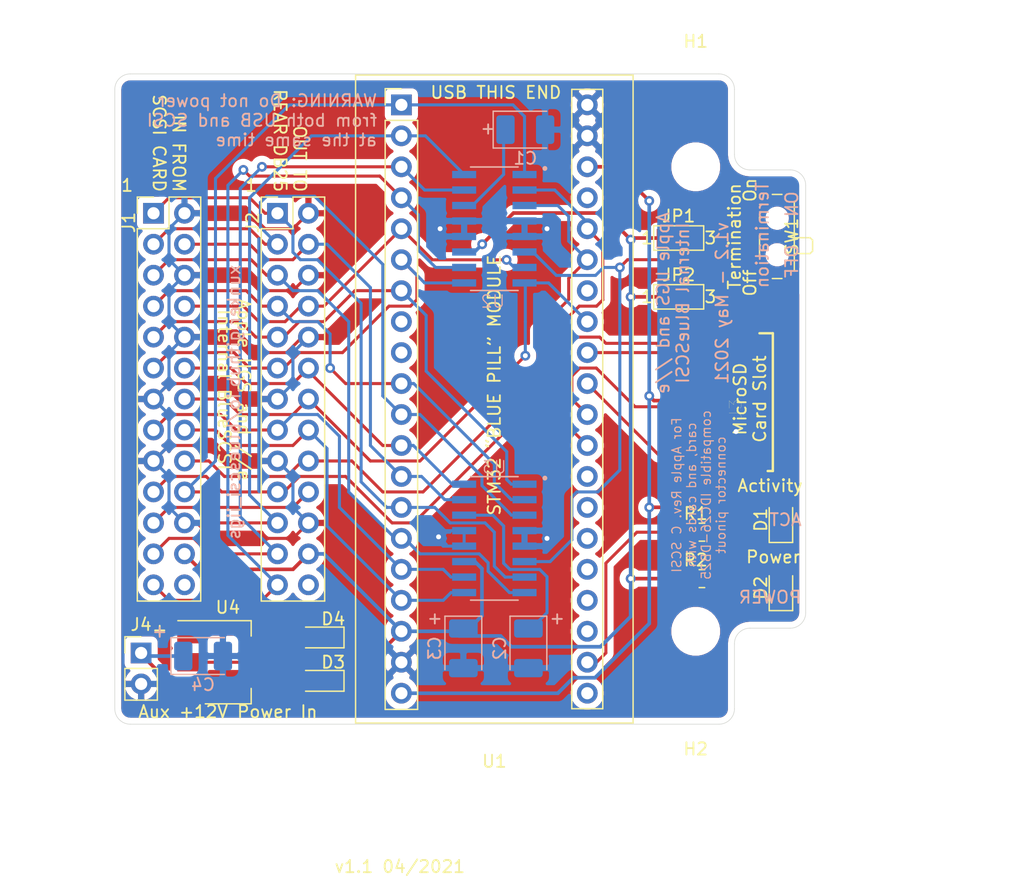
<source format=kicad_pcb>
(kicad_pcb (version 20171130) (host pcbnew "(5.1.8-0-10_14)")
  (layers (0 F.Cu signal) (31 B.Cu signal) (34 B.Paste user) (35 F.Paste user) (36 B.SilkS user) (37 F.SilkS user) (38 B.Mask user) (39 F.Mask user) (44 Edge.Cuts user))
  (net 0 "")
  (net 1 "Net-(U1-Pad37)")
  (net 2 "Net-(U1-Pad34)")
  (net 3 "Net-(U1-Pad8)")
  (net 4 "Net-(U1-Pad9)")
  (net 5 "Net-(U1-Pad28)")
  (net 6 "Net-(U1-Pad25)")
  (net 7 "Net-(U1-Pad24)")
  (net 8 "Net-(U1-Pad23)")
  (net 9 "Net-(U1-Pad21)")
  (net 10 "Net-(J1-Pad26)")
  (net 11 "Net-(J2-Pad26)")
  (net 12 +5V)
  (net 13 GND)
  (net 14 /SCSI_DB4)
  (net 15 /SCSI_DB2)
  (net 16 /SCSI_DB1)
  (net 17 /SCSI_DBP)
  (net 18 /SCSI_SEL)
  (net 19 /SCSI_ATN)
  (net 20 /SCSI_C_D)
  (net 21 /SCSI_DB7)
  (net 22 /SCSI_DB6)
  (net 23 /SCSI_DB5)
  (net 24 /SCSI_DB3)
  (net 25 /SCSI_DB0)
  (net 26 /SCSI_BSY)
  (net 27 /SCSI_ACK)
  (net 28 /SCSI_RST)
  (net 29 /SCSI_I_O)
  (net 30 /SCSI_MSG)
  (net 31 /SCSI_REQ)
  (net 32 /SD_MISO)
  (net 33 /SD_CSK)
  (net 34 +3V3)
  (net 35 /SD_MOSI)
  (net 36 /SD_CS)
  (net 37 "Net-(J3-Pad8)")
  (net 38 "Net-(J3-Pad1)")
  (net 39 "Net-(D2-Pad2)")
  (net 40 "Net-(R1-Pad2)")
  (net 41 "Net-(C1-Pad1)")
  (net 42 "Net-(C2-Pad1)")
  (net 43 /TERM_DISC)
  (net 44 "Net-(D1-Pad1)")
  (net 45 /DEBUG_RX)
  (net 46 /DEBUG_TX)
  (net 47 "Net-(D4-Pad2)")
  (net 48 /+12V_AUX)
  (net 49 "Net-(D3-Pad2)")
  (net 50 /TERM_EN)
  (net 51 /TERM_DIS)
  (module Jumper:SolderJumper-3_P1.3mm_Open_Pad1.0x1.5mm_NumberLabels (layer F.Cu) (at 175.133 66.548)
    (fp_text reference JP2 (at 0 -1.8) (layer F.SilkS))
    (fp_text value Jumper_3_Open)
    (fp_text user 1 (at -2.6 0) (layer F.SilkS))
    (fp_text user 3 (at 2.6 0) (layer F.SilkS))
    (pad 1 smd rect (at -1.3 0) (size 1 1.5) (layers F.Cu F.Mask) (net 12 +5V))
    (pad 2 smd rect (at 0 0) (size 1 1.5) (layers F.Cu F.Mask) (net 51 /TERM_DIS))
    (pad 3 smd rect (at 1.3 0) (size 1 1.5) (layers F.Cu F.Mask) (net 13 GND))
  )
  (module Jumper:SolderJumper-3_P1.3mm_Open_Pad1.0x1.5mm_NumberLabels (layer F.Cu) (at 175.133 61.722)
    (fp_text reference JP1 (at 0 -1.8) (layer F.SilkS))
    (fp_text value Jumper_3_Open)
    (fp_text user 1 (at -2.6 0) (layer F.SilkS))
    (fp_text user 3 (at 2.6 0) (layer F.SilkS))
    (pad 1 smd rect (at -1.3 0) (size 1 1.5) (layers F.Cu F.Mask) (net 12 +5V))
    (pad 2 smd rect (at 0 0) (size 1 1.5) (layers F.Cu F.Mask) (net 50 /TERM_EN))
    (pad 3 smd rect (at 1.3 0) (size 1 1.5) (layers F.Cu F.Mask) (net 13 GND))
  )
  (module "Molex 105162-0001:105162-0001" (layer F.Cu) (at 176.403 75.184 90)
    (fp_text reference J3 (at -0.549 3.399 90) (layer F.SilkS) (effects (font (thickness 0.015))))
    (fp_text value 105162-0001)
    (pad 15 smd rect (at -2.204 0.105 90) (size 2.91 0.55) (layers F.Cu F.Paste F.Mask))
    (pad 14 smd rect (at 1.986 0.105 90) (size 2.91 0.55) (layers F.Cu F.Paste F.Mask))
    (pad 13 smd rect (at -5.325 4.535 90) (size 1.05 2.39) (layers F.Cu F.Paste F.Mask) (net 13 GND))
    (pad 12 smd rect (at -5.325 1.35 90) (size 1.05 1.2) (layers F.Cu F.Paste F.Mask) (net 13 GND))
    (pad 11 smd rect (at 5.325 0.78 90) (size 1.05 1.2) (layers F.Cu F.Paste F.Mask) (net 13 GND))
    (pad 10 smd rect (at 5.325 3.39 90) (size 1.05 1.08) (layers F.Cu F.Paste F.Mask) (net 13 GND))
    (pad 9 smd rect (at 5.31 4.66 90) (size 0.72 0.78) (layers F.Cu F.Paste F.Mask) (net 13 GND))
    (pad 8 smd rect (at -4.15 7.34 90) (size 0.5 1) (layers F.Cu F.Paste F.Mask) (net 37 "Net-(J3-Pad8)"))
    (pad 7 smd rect (at -3.05 7.34 90) (size 0.5 1) (layers F.Cu F.Paste F.Mask) (net 32 /SD_MISO))
    (pad 6 smd rect (at -1.95 7.34 90) (size 0.5 1) (layers F.Cu F.Paste F.Mask) (net 13 GND))
    (pad 5 smd rect (at -0.85 7.34 90) (size 0.5 1) (layers F.Cu F.Paste F.Mask) (net 33 /SD_CSK))
    (pad 4 smd rect (at 0.25 7.34 90) (size 0.5 1) (layers F.Cu F.Paste F.Mask) (net 34 +3V3))
    (pad 3 smd rect (at 1.35 7.34 90) (size 0.5 1) (layers F.Cu F.Paste F.Mask) (net 35 /SD_MOSI))
    (pad 2 smd rect (at 2.45 7.34 90) (size 0.5 1) (layers F.Cu F.Paste F.Mask) (net 36 /SD_CS))
    (pad 1 smd rect (at 3.55 7.34 90) (size 0.5 1) (layers F.Cu F.Paste F.Mask) (net 38 "Net-(J3-Pad1)"))
  )
  (module Diode_SMD:D_SOD-323_HandSoldering (layer F.Cu) (at 145.796 94.488 180)
    (fp_text reference D4 (at -1.016 1.524) (layer F.SilkS))
    (fp_text value 1N5817,CUS08F30-H3F)
    (pad 2 smd rect (at 1.25 0 180) (size 1 1) (layers F.Cu F.Paste F.Mask) (net 47 "Net-(D4-Pad2)"))
    (pad 1 smd rect (at -1.25 0 180) (size 1 1) (layers F.Cu F.Paste F.Mask) (net 13 GND))
  )
  (module Diode_SMD:D_SOD-323_HandSoldering (layer F.Cu) (at 145.796 98.044 180)
    (fp_text reference D3 (at -1.016 1.524) (layer F.SilkS))
    (fp_text value 1N5817,1N5817,CUS08F30-H3F)
    (pad 2 smd rect (at 1.25 0 180) (size 1 1) (layers F.Cu F.Paste F.Mask) (net 49 "Net-(D3-Pad2)"))
    (pad 1 smd rect (at -1.25 0 180) (size 1 1) (layers F.Cu F.Paste F.Mask) (net 12 +5V))
  )
  (module Package_TO_SOT_SMD:SOT-223-3_TabPin2 (layer F.Cu) (at 138.176 96.52)
    (fp_text reference U4 (at 0 -4.5) (layer F.SilkS))
    (fp_text value AMS1117-5.0)
    (pad 1 smd rect (at -3.15 -2.3) (size 2 1.5) (layers F.Cu F.Paste F.Mask) (net 47 "Net-(D4-Pad2)"))
    (pad 3 smd rect (at -3.15 2.3) (size 2 1.5) (layers F.Cu F.Paste F.Mask) (net 48 /+12V_AUX))
    (pad 2 smd rect (at -3.15 0) (size 2 1.5) (layers F.Cu F.Paste F.Mask) (net 49 "Net-(D3-Pad2)"))
    (pad 2 smd rect (at 3.15 0) (size 2 3.8) (layers F.Cu F.Paste F.Mask) (net 49 "Net-(D3-Pad2)"))
  )
  (module Connector_PinHeader_2.54mm:PinHeader_1x02_P2.54mm_Vertical (layer F.Cu) (at 131.064 95.758)
    (fp_text reference J4 (at 0 -2.33) (layer F.SilkS))
    (fp_text value Conn_01x02_Male)
    (pad 2 thru_hole oval (at 0 2.54) (size 1.7 1.7) (drill 1) (layers *.Cu *.Mask) (net 13 GND))
    (pad 1 thru_hole rect (at 0 0) (size 1.7 1.7) (drill 1) (layers *.Cu *.Mask) (net 48 /+12V_AUX))
  )
  (module Capacitor_Tantalum_SMD:CP_EIA-3528-21_Kemet-B_Pad1.50x2.35mm_HandSolder (layer B.Cu) (at 136.144 96.012)
    (fp_text reference C4 (at 0 2.35 180) (layer B.SilkS) (effects (justify mirror)))
    (fp_text value 10uF)
    (pad 2 smd roundrect (at 1.625 0) (size 1.5 2.35) (layers B.Cu B.Paste B.Mask) (roundrect_rratio 0.166667) (net 13 GND))
    (pad 1 smd roundrect (at -1.625 0) (size 1.5 2.35) (layers B.Cu B.Paste B.Mask) (roundrect_rratio 0.166667) (net 48 /+12V_AUX))
  )
  (module Button_Switch_SMD:SW_SPDT_PCM12 (layer F.Cu) (at 182.88 61.595 90)
    (fp_text reference SW1 (at 0 1.524 90) (layer F.SilkS))
    (fp_text value SW_SPDT)
    (pad "" smd rect (at -3.65 -0.78 90) (size 1 0.8) (layers F.Cu F.Paste F.Mask))
    (pad "" smd rect (at 3.65 -0.78 90) (size 1 0.8) (layers F.Cu F.Paste F.Mask))
    (pad "" smd rect (at 3.65 1.43 90) (size 1 0.8) (layers F.Cu F.Paste F.Mask))
    (pad "" smd rect (at -3.65 1.43 90) (size 1 0.8) (layers F.Cu F.Paste F.Mask))
    (pad 3 smd rect (at 2.25 -1.43 90) (size 0.7 1.5) (layers F.Cu F.Paste F.Mask) (net 50 /TERM_EN))
    (pad 2 smd rect (at 0.75 -1.43 90) (size 0.7 1.5) (layers F.Cu F.Paste F.Mask) (net 43 /TERM_DISC))
    (pad 1 smd rect (at -2.25 -1.43 90) (size 0.7 1.5) (layers F.Cu F.Paste F.Mask) (net 51 /TERM_DIS))
    (pad "" np_thru_hole circle (at 1.5 0.33 90) (size 0.9 0.9) (drill 0.9) (layers *.Cu *.Mask))
    (pad "" np_thru_hole circle (at -1.5 0.33 90) (size 0.9 0.9) (drill 0.9) (layers *.Cu *.Mask))
  )
  (module Capacitor_Tantalum_SMD:CP_EIA-3528-21_Kemet-B_Pad1.50x2.35mm_HandSolder (layer B.Cu) (at 157.48 95.377 270)
    (fp_text reference C3 (at 0 2.35 90) (layer B.SilkS) (effects (justify mirror)))
    (fp_text value "4.7uF, 6.3v")
    (pad 2 smd roundrect (at 1.625 0 270) (size 1.5 2.35) (layers B.Cu B.Paste B.Mask) (roundrect_rratio 0.166667) (net 13 GND))
    (pad 1 smd roundrect (at -1.625 0 270) (size 1.5 2.35) (layers B.Cu B.Paste B.Mask) (roundrect_rratio 0.166667) (net 12 +5V))
  )
  (module Capacitor_Tantalum_SMD:CP_EIA-3528-21_Kemet-B_Pad1.50x2.35mm_HandSolder (layer B.Cu) (at 162.814 95.377 270)
    (fp_text reference C2 (at 0 2.35 90) (layer B.SilkS) (effects (justify mirror)))
    (fp_text value "4.7uF, 6.3v")
    (pad 2 smd roundrect (at 1.625 0 270) (size 1.5 2.35) (layers B.Cu B.Paste B.Mask) (roundrect_rratio 0.166667) (net 13 GND))
    (pad 1 smd roundrect (at -1.625 0 270) (size 1.5 2.35) (layers B.Cu B.Paste B.Mask) (roundrect_rratio 0.166667) (net 42 "Net-(C2-Pad1)"))
  )
  (module Capacitor_Tantalum_SMD:CP_EIA-3528-21_Kemet-B_Pad1.50x2.35mm_HandSolder (layer B.Cu) (at 162.56 52.832)
    (fp_text reference C1 (at 0 2.35) (layer B.SilkS) (effects (justify mirror)))
    (fp_text value "4.7uF, 6.3v")
    (pad 2 smd roundrect (at 1.625 0) (size 1.5 2.35) (layers B.Cu B.Paste B.Mask) (roundrect_rratio 0.166667) (net 13 GND))
    (pad 1 smd roundrect (at -1.625 0) (size 1.5 2.35) (layers B.Cu B.Paste B.Mask) (roundrect_rratio 0.166667) (net 41 "Net-(C1-Pad1)"))
  )
  (module LED_SMD:LED_0805_2012Metric_Pad1.15x1.40mm_HandSolder (layer F.Cu) (at 183.515 90.424 90)
    (fp_text reference D2 (at 0 -1.65 90) (layer F.SilkS))
    (fp_text value LED)
    (pad 2 smd roundrect (at 1.025 0 90) (size 1.15 1.4) (layers F.Cu F.Paste F.Mask) (roundrect_rratio 0.217391) (net 39 "Net-(D2-Pad2)"))
    (pad 1 smd roundrect (at -1.025 0 90) (size 1.15 1.4) (layers F.Cu F.Paste F.Mask) (roundrect_rratio 0.217391) (net 13 GND))
  )
  (module LED_SMD:LED_0805_2012Metric_Pad1.15x1.40mm_HandSolder (layer F.Cu) (at 183.515 84.836 90)
    (fp_text reference D1 (at 0 -1.65 90) (layer F.SilkS))
    (fp_text value LED)
    (pad 2 smd roundrect (at 1.025 0 90) (size 1.15 1.4) (layers F.Cu F.Paste F.Mask) (roundrect_rratio 0.217391) (net 34 +3V3))
    (pad 1 smd roundrect (at -1.025 0 90) (size 1.15 1.4) (layers F.Cu F.Paste F.Mask) (roundrect_rratio 0.217391) (net 44 "Net-(D1-Pad1)"))
  )
  (module Resistor_SMD:R_0805_2012Metric_Pad1.20x1.40mm_HandSolder (layer F.Cu) (at 177.038 89.662 180)
    (fp_text reference R2 (at 0.508 1.524) (layer F.SilkS))
    (fp_text value 470)
    (pad 2 smd roundrect (at 1 0 180) (size 1.2 1.4) (layers F.Cu F.Paste F.Mask) (roundrect_rratio 0.208333) (net 12 +5V))
    (pad 1 smd roundrect (at -1 0 180) (size 1.2 1.4) (layers F.Cu F.Paste F.Mask) (roundrect_rratio 0.208333) (net 39 "Net-(D2-Pad2)"))
  )
  (module Resistor_SMD:R_0805_2012Metric_Pad1.20x1.40mm_HandSolder (layer F.Cu) (at 177.038 85.852 180)
    (fp_text reference R1 (at 0.508 1.524) (layer F.SilkS))
    (fp_text value 330)
    (pad 2 smd roundrect (at 1 0 180) (size 1.2 1.4) (layers F.Cu F.Paste F.Mask) (roundrect_rratio 0.208333) (net 40 "Net-(R1-Pad2)"))
    (pad 1 smd roundrect (at -1 0 180) (size 1.2 1.4) (layers F.Cu F.Paste F.Mask) (roundrect_rratio 0.208333) (net 44 "Net-(D1-Pad1)"))
  )
  (module Connector_PinHeader_2.54mm:PinHeader_2x13_P2.54mm_Vertical (layer F.Cu) (at 142.24 59.69)
    (fp_text reference J2 (at -2.032 0.762 90) (layer F.SilkS))
    (fp_text value Conn_02x13_Odd_Even)
    (pad 26 thru_hole oval (at 2.54 30.48) (size 1.7 1.7) (drill 1) (layers *.Cu *.Mask) (net 11 "Net-(J2-Pad26)"))
    (pad 25 thru_hole oval (at 0 30.48) (size 1.7 1.7) (drill 1) (layers *.Cu *.Mask) (net 21 /SCSI_DB7))
    (pad 24 thru_hole oval (at 2.54 27.94) (size 1.7 1.7) (drill 1) (layers *.Cu *.Mask) (net 12 +5V))
    (pad 23 thru_hole oval (at 0 27.94) (size 1.7 1.7) (drill 1) (layers *.Cu *.Mask) (net 22 /SCSI_DB6))
    (pad 22 thru_hole oval (at 2.54 25.4) (size 1.7 1.7) (drill 1) (layers *.Cu *.Mask) (net 13 GND))
    (pad 21 thru_hole oval (at 0 25.4) (size 1.7 1.7) (drill 1) (layers *.Cu *.Mask) (net 23 /SCSI_DB5))
    (pad 20 thru_hole oval (at 2.54 22.86) (size 1.7 1.7) (drill 1) (layers *.Cu *.Mask) (net 14 /SCSI_DB4))
    (pad 19 thru_hole oval (at 0 22.86) (size 1.7 1.7) (drill 1) (layers *.Cu *.Mask) (net 24 /SCSI_DB3))
    (pad 18 thru_hole oval (at 2.54 20.32) (size 1.7 1.7) (drill 1) (layers *.Cu *.Mask) (net 15 /SCSI_DB2))
    (pad 17 thru_hole oval (at 0 20.32) (size 1.7 1.7) (drill 1) (layers *.Cu *.Mask) (net 13 GND))
    (pad 16 thru_hole oval (at 2.54 17.78) (size 1.7 1.7) (drill 1) (layers *.Cu *.Mask) (net 16 /SCSI_DB1))
    (pad 15 thru_hole oval (at 0 17.78) (size 1.7 1.7) (drill 1) (layers *.Cu *.Mask) (net 25 /SCSI_DB0))
    (pad 14 thru_hole oval (at 2.54 15.24) (size 1.7 1.7) (drill 1) (layers *.Cu *.Mask) (net 17 /SCSI_DBP))
    (pad 13 thru_hole oval (at 0 15.24) (size 1.7 1.7) (drill 1) (layers *.Cu *.Mask) (net 13 GND))
    (pad 12 thru_hole oval (at 2.54 12.7) (size 1.7 1.7) (drill 1) (layers *.Cu *.Mask) (net 18 /SCSI_SEL))
    (pad 11 thru_hole oval (at 0 12.7) (size 1.7 1.7) (drill 1) (layers *.Cu *.Mask) (net 26 /SCSI_BSY))
    (pad 10 thru_hole oval (at 2.54 10.16) (size 1.7 1.7) (drill 1) (layers *.Cu *.Mask) (net 13 GND))
    (pad 9 thru_hole oval (at 0 10.16) (size 1.7 1.7) (drill 1) (layers *.Cu *.Mask) (net 27 /SCSI_ACK))
    (pad 8 thru_hole oval (at 2.54 7.62) (size 1.7 1.7) (drill 1) (layers *.Cu *.Mask) (net 19 /SCSI_ATN))
    (pad 7 thru_hole oval (at 0 7.62) (size 1.7 1.7) (drill 1) (layers *.Cu *.Mask) (net 28 /SCSI_RST))
    (pad 6 thru_hole oval (at 2.54 5.08) (size 1.7 1.7) (drill 1) (layers *.Cu *.Mask) (net 13 GND))
    (pad 5 thru_hole oval (at 0 5.08) (size 1.7 1.7) (drill 1) (layers *.Cu *.Mask) (net 29 /SCSI_I_O))
    (pad 4 thru_hole oval (at 2.54 2.54) (size 1.7 1.7) (drill 1) (layers *.Cu *.Mask) (net 20 /SCSI_C_D))
    (pad 3 thru_hole oval (at 0 2.54) (size 1.7 1.7) (drill 1) (layers *.Cu *.Mask) (net 30 /SCSI_MSG))
    (pad 2 thru_hole oval (at 2.54 0) (size 1.7 1.7) (drill 1) (layers *.Cu *.Mask) (net 13 GND))
    (pad 1 thru_hole rect (at 0 0) (size 1.7 1.7) (drill 1) (layers *.Cu *.Mask) (net 31 /SCSI_REQ))
  )
  (module "my library:YAAJ_BluePill_2" (layer F.Cu) (at 152.4 50.8)
    (fp_text reference U1 (at 7.62 53.848) (layer F.SilkS))
    (fp_text value YAAJ_BluePill hide)
    (pad 40 thru_hole circle (at 15.24 0) (size 1.7 1.7) (drill 1) (layers *.Cu *.Mask) (net 13 GND))
    (pad 1 thru_hole rect (at 0 0) (size 1.7 1.7) (drill 1) (layers *.Cu *.Mask) (net 14 /SCSI_DB4))
    (pad 39 thru_hole circle (at 15.24 2.54) (size 1.7 1.7) (drill 1) (layers *.Cu *.Mask) (net 13 GND))
    (pad 2 thru_hole circle (at 0 2.54) (size 1.7 1.7) (drill 1) (layers *.Cu *.Mask) (net 23 /SCSI_DB5))
    (pad 38 thru_hole circle (at 15.24 5.08) (size 1.7 1.7) (drill 1) (layers *.Cu *.Mask) (net 34 +3V3))
    (pad 3 thru_hole circle (at 0 5.08) (size 1.7 1.7) (drill 1) (layers *.Cu *.Mask) (net 22 /SCSI_DB6))
    (pad 37 thru_hole circle (at 15.24 7.62) (size 1.7 1.7) (drill 1) (layers *.Cu *.Mask) (net 1 "Net-(U1-Pad37)"))
    (pad 4 thru_hole circle (at 0 7.62) (size 1.7 1.7) (drill 1) (layers *.Cu *.Mask) (net 21 /SCSI_DB7))
    (pad 36 thru_hole circle (at 15.24 10.16) (size 1.7 1.7) (drill 1) (layers *.Cu *.Mask) (net 24 /SCSI_DB3))
    (pad 5 thru_hole circle (at 0 10.16) (size 1.7 1.7) (drill 1) (layers *.Cu *.Mask) (net 19 /SCSI_ATN))
    (pad 35 thru_hole circle (at 15.24 12.7) (size 1.7 1.7) (drill 1) (layers *.Cu *.Mask) (net 15 /SCSI_DB2))
    (pad 6 thru_hole circle (at 0 12.7) (size 1.7 1.7) (drill 1) (layers *.Cu *.Mask) (net 26 /SCSI_BSY))
    (pad 34 thru_hole circle (at 15.24 15.24) (size 1.7 1.7) (drill 1) (layers *.Cu *.Mask) (net 2 "Net-(U1-Pad34)"))
    (pad 7 thru_hole circle (at 0 15.24) (size 1.7 1.7) (drill 1) (layers *.Cu *.Mask) (net 27 /SCSI_ACK))
    (pad 33 thru_hole circle (at 15.24 17.78) (size 1.7 1.7) (drill 1) (layers *.Cu *.Mask) (net 17 /SCSI_DBP))
    (pad 8 thru_hole circle (at 0 17.78) (size 1.7 1.7) (drill 1) (layers *.Cu *.Mask) (net 3 "Net-(U1-Pad8)"))
    (pad 32 thru_hole circle (at 15.24 20.32) (size 1.7 1.7) (drill 1) (layers *.Cu *.Mask) (net 35 /SD_MOSI))
    (pad 9 thru_hole circle (at 0 20.32) (size 1.7 1.7) (drill 1) (layers *.Cu *.Mask) (net 4 "Net-(U1-Pad9)"))
    (pad 31 thru_hole circle (at 15.24 22.86) (size 1.7 1.7) (drill 1) (layers *.Cu *.Mask) (net 32 /SD_MISO))
    (pad 10 thru_hole circle (at 0 22.86) (size 1.7 1.7) (drill 1) (layers *.Cu *.Mask) (net 28 /SCSI_RST))
    (pad 30 thru_hole circle (at 15.24 25.4) (size 1.7 1.7) (drill 1) (layers *.Cu *.Mask) (net 33 /SD_CSK))
    (pad 11 thru_hole circle (at 0 25.4) (size 1.7 1.7) (drill 1) (layers *.Cu *.Mask) (net 30 /SCSI_MSG))
    (pad 29 thru_hole circle (at 15.24 27.94) (size 1.7 1.7) (drill 1) (layers *.Cu *.Mask) (net 36 /SD_CS))
    (pad 12 thru_hole circle (at 0 27.94) (size 1.7 1.7) (drill 1) (layers *.Cu *.Mask) (net 18 /SCSI_SEL))
    (pad 28 thru_hole circle (at 15.24 30.48) (size 1.7 1.7) (drill 1) (layers *.Cu *.Mask) (net 5 "Net-(U1-Pad28)"))
    (pad 13 thru_hole circle (at 0 30.48) (size 1.7 1.7) (drill 1) (layers *.Cu *.Mask) (net 20 /SCSI_C_D))
    (pad 27 thru_hole circle (at 15.24 33.02) (size 1.7 1.7) (drill 1) (layers *.Cu *.Mask) (net 45 /DEBUG_RX))
    (pad 14 thru_hole circle (at 0 33.02) (size 1.7 1.7) (drill 1) (layers *.Cu *.Mask) (net 31 /SCSI_REQ))
    (pad 26 thru_hole circle (at 15.24 35.56) (size 1.7 1.7) (drill 1) (layers *.Cu *.Mask) (net 46 /DEBUG_TX))
    (pad 15 thru_hole circle (at 0 35.56) (size 1.7 1.7) (drill 1) (layers *.Cu *.Mask) (net 29 /SCSI_I_O))
    (pad 25 thru_hole circle (at 15.24 38.1) (size 1.7 1.7) (drill 1) (layers *.Cu *.Mask) (net 6 "Net-(U1-Pad25)"))
    (pad 16 thru_hole circle (at 0 38.1) (size 1.7 1.7) (drill 1) (layers *.Cu *.Mask) (net 25 /SCSI_DB0))
    (pad 24 thru_hole circle (at 15.24 40.64) (size 1.7 1.7) (drill 1) (layers *.Cu *.Mask) (net 7 "Net-(U1-Pad24)"))
    (pad 17 thru_hole circle (at 0 40.64) (size 1.7 1.7) (drill 1) (layers *.Cu *.Mask) (net 16 /SCSI_DB1))
    (pad 23 thru_hole circle (at 15.24 43.18) (size 1.7 1.7) (drill 1) (layers *.Cu *.Mask) (net 8 "Net-(U1-Pad23)"))
    (pad 18 thru_hole circle (at 0 43.18) (size 1.7 1.7) (drill 1) (layers *.Cu *.Mask) (net 12 +5V))
    (pad 22 thru_hole circle (at 15.24 45.72) (size 1.7 1.7) (drill 1) (layers *.Cu *.Mask) (net 40 "Net-(R1-Pad2)"))
    (pad 19 thru_hole circle (at 0 45.72) (size 1.7 1.7) (drill 1) (layers *.Cu *.Mask) (net 13 GND))
    (pad 21 thru_hole circle (at 15.24 48.26) (size 1.7 1.7) (drill 1) (layers *.Cu *.Mask) (net 9 "Net-(U1-Pad21)"))
    (pad 20 thru_hole circle (at 0 48.26) (size 1.7 1.7) (drill 1) (layers *.Cu *.Mask) (net 34 +3V3))
  )
  (module "my library:SOIC127P600X175-16N" (layer B.Cu) (at 160.02 86.36 180)
    (fp_text reference U3 (at 0 5.842) (layer B.SilkS) (effects (font (thickness 0.1)) (justify mirror)))
    (fp_text value UCC5606)
    (pad 1 smd rect (at -2.475 4.445 180) (size 1.97 0.6) (layers B.Cu B.Paste B.Mask) (net 27 /SCSI_ACK))
    (pad 2 smd rect (at -2.475 3.175 180) (size 1.97 0.6) (layers B.Cu B.Paste B.Mask) (net 28 /SCSI_RST))
    (pad 3 smd rect (at -2.475 1.905 180) (size 1.97 0.6) (layers B.Cu B.Paste B.Mask) (net 30 /SCSI_MSG))
    (pad 4 smd rect (at -2.475 0.635 180) (size 1.97 0.6) (layers B.Cu B.Paste B.Mask) (net 13 GND))
    (pad 5 smd rect (at -2.475 -0.635 180) (size 1.97 0.6) (layers B.Cu B.Paste B.Mask) (net 13 GND))
    (pad 6 smd rect (at -2.475 -1.905 180) (size 1.97 0.6) (layers B.Cu B.Paste B.Mask) (net 43 /TERM_DISC))
    (pad 7 smd rect (at -2.475 -3.175 180) (size 1.97 0.6) (layers B.Cu B.Paste B.Mask) (net 31 /SCSI_REQ))
    (pad 8 smd rect (at -2.475 -4.445 180) (size 1.97 0.6) (layers B.Cu B.Paste B.Mask) (net 29 /SCSI_I_O))
    (pad 9 smd rect (at 2.475 -4.445 180) (size 1.97 0.6) (layers B.Cu B.Paste B.Mask) (net 16 /SCSI_DB1))
    (pad 10 smd rect (at 2.475 -3.175 180) (size 1.97 0.6) (layers B.Cu B.Paste B.Mask) (net 25 /SCSI_DB0))
    (pad 11 smd rect (at 2.475 -1.905 180) (size 1.97 0.6) (layers B.Cu B.Paste B.Mask) (net 12 +5V))
    (pad 12 smd rect (at 2.475 -0.635 180) (size 1.97 0.6) (layers B.Cu B.Paste B.Mask) (net 13 GND))
    (pad 13 smd rect (at 2.475 0.635 180) (size 1.97 0.6) (layers B.Cu B.Paste B.Mask) (net 13 GND))
    (pad 14 smd rect (at 2.475 1.905 180) (size 1.97 0.6) (layers B.Cu B.Paste B.Mask) (net 42 "Net-(C2-Pad1)"))
    (pad 15 smd rect (at 2.475 3.175 180) (size 1.97 0.6) (layers B.Cu B.Paste B.Mask) (net 20 /SCSI_C_D))
    (pad 16 smd rect (at 2.475 4.445 180) (size 1.97 0.6) (layers B.Cu B.Paste B.Mask) (net 18 /SCSI_SEL))
  )
  (module "my library:SOIC127P600X175-16N" (layer B.Cu) (at 160.02 60.96 180)
    (fp_text reference U2 (at 0.127 -5.969) (layer B.SilkS) (effects (font (thickness 0.1)) (justify mirror)))
    (fp_text value UCC5606)
    (pad 1 smd rect (at -2.475 4.445 180) (size 1.97 0.6) (layers B.Cu B.Paste B.Mask) (net 14 /SCSI_DB4))
    (pad 2 smd rect (at -2.475 3.175 180) (size 1.97 0.6) (layers B.Cu B.Paste B.Mask) (net 24 /SCSI_DB3))
    (pad 3 smd rect (at -2.475 1.905 180) (size 1.97 0.6) (layers B.Cu B.Paste B.Mask) (net 15 /SCSI_DB2))
    (pad 4 smd rect (at -2.475 0.635 180) (size 1.97 0.6) (layers B.Cu B.Paste B.Mask) (net 13 GND))
    (pad 5 smd rect (at -2.475 -0.635 180) (size 1.97 0.6) (layers B.Cu B.Paste B.Mask) (net 13 GND))
    (pad 6 smd rect (at -2.475 -1.905 180) (size 1.97 0.6) (layers B.Cu B.Paste B.Mask) (net 43 /TERM_DISC))
    (pad 7 smd rect (at -2.475 -3.175 180) (size 1.97 0.6) (layers B.Cu B.Paste B.Mask) (net 19 /SCSI_ATN))
    (pad 8 smd rect (at -2.475 -4.445 180) (size 1.97 0.6) (layers B.Cu B.Paste B.Mask) (net 17 /SCSI_DBP))
    (pad 9 smd rect (at 2.475 -4.445 180) (size 1.97 0.6) (layers B.Cu B.Paste B.Mask) (net 26 /SCSI_BSY))
    (pad 10 smd rect (at 2.475 -3.175 180) (size 1.97 0.6) (layers B.Cu B.Paste B.Mask) (net 21 /SCSI_DB7))
    (pad 11 smd rect (at 2.475 -1.905 180) (size 1.97 0.6) (layers B.Cu B.Paste B.Mask) (net 12 +5V))
    (pad 12 smd rect (at 2.475 -0.635 180) (size 1.97 0.6) (layers B.Cu B.Paste B.Mask) (net 13 GND))
    (pad 13 smd rect (at 2.475 0.635 180) (size 1.97 0.6) (layers B.Cu B.Paste B.Mask) (net 13 GND))
    (pad 14 smd rect (at 2.475 1.905 180) (size 1.97 0.6) (layers B.Cu B.Paste B.Mask) (net 41 "Net-(C1-Pad1)"))
    (pad 15 smd rect (at 2.475 3.175 180) (size 1.97 0.6) (layers B.Cu B.Paste B.Mask) (net 22 /SCSI_DB6))
    (pad 16 smd rect (at 2.475 4.445 180) (size 1.97 0.6) (layers B.Cu B.Paste B.Mask) (net 23 /SCSI_DB5))
  )
  (module MountingHole:MountingHole_3mm (layer F.Cu) (at 176.53 93.98)
    (fp_text reference H2 (at 0 9.652) (layer F.SilkS))
    (fp_text value MountingHole)
    (pad 1 np_thru_hole circle (at 0 0) (size 3 3) (drill 3) (layers *.Cu *.Mask))
  )
  (module MountingHole:MountingHole_3mm (layer F.Cu) (at 176.53 55.88)
    (fp_text reference H1 (at 0 -10.287) (layer F.SilkS))
    (fp_text value MountingHole)
    (pad 1 np_thru_hole circle (at 0 0) (size 3 3) (drill 3) (layers *.Cu *.Mask))
  )
  (module Connector_PinHeader_2.54mm:PinHeader_2x13_P2.54mm_Vertical (layer F.Cu) (at 132.08 59.69)
    (fp_text reference J1 (at -2.032 0.762 270) (layer F.SilkS))
    (fp_text value Conn_02x13_Odd_Even)
    (pad 26 thru_hole oval (at 2.54 30.48) (size 1.7 1.7) (drill 1) (layers *.Cu *.Mask) (net 10 "Net-(J1-Pad26)"))
    (pad 25 thru_hole oval (at 0 30.48) (size 1.7 1.7) (drill 1) (layers *.Cu *.Mask) (net 21 /SCSI_DB7))
    (pad 24 thru_hole oval (at 2.54 27.94) (size 1.7 1.7) (drill 1) (layers *.Cu *.Mask) (net 12 +5V))
    (pad 23 thru_hole oval (at 0 27.94) (size 1.7 1.7) (drill 1) (layers *.Cu *.Mask) (net 22 /SCSI_DB6))
    (pad 22 thru_hole oval (at 2.54 25.4) (size 1.7 1.7) (drill 1) (layers *.Cu *.Mask) (net 13 GND))
    (pad 21 thru_hole oval (at 0 25.4) (size 1.7 1.7) (drill 1) (layers *.Cu *.Mask) (net 23 /SCSI_DB5))
    (pad 20 thru_hole oval (at 2.54 22.86) (size 1.7 1.7) (drill 1) (layers *.Cu *.Mask) (net 14 /SCSI_DB4))
    (pad 19 thru_hole oval (at 0 22.86) (size 1.7 1.7) (drill 1) (layers *.Cu *.Mask) (net 24 /SCSI_DB3))
    (pad 18 thru_hole oval (at 2.54 20.32) (size 1.7 1.7) (drill 1) (layers *.Cu *.Mask) (net 15 /SCSI_DB2))
    (pad 17 thru_hole oval (at 0 20.32) (size 1.7 1.7) (drill 1) (layers *.Cu *.Mask) (net 13 GND))
    (pad 16 thru_hole oval (at 2.54 17.78) (size 1.7 1.7) (drill 1) (layers *.Cu *.Mask) (net 16 /SCSI_DB1))
    (pad 15 thru_hole oval (at 0 17.78) (size 1.7 1.7) (drill 1) (layers *.Cu *.Mask) (net 25 /SCSI_DB0))
    (pad 14 thru_hole oval (at 2.54 15.24) (size 1.7 1.7) (drill 1) (layers *.Cu *.Mask) (net 17 /SCSI_DBP))
    (pad 13 thru_hole oval (at 0 15.24) (size 1.7 1.7) (drill 1) (layers *.Cu *.Mask) (net 13 GND))
    (pad 12 thru_hole oval (at 2.54 12.7) (size 1.7 1.7) (drill 1) (layers *.Cu *.Mask) (net 18 /SCSI_SEL))
    (pad 11 thru_hole oval (at 0 12.7) (size 1.7 1.7) (drill 1) (layers *.Cu *.Mask) (net 26 /SCSI_BSY))
    (pad 10 thru_hole oval (at 2.54 10.16) (size 1.7 1.7) (drill 1) (layers *.Cu *.Mask) (net 13 GND))
    (pad 9 thru_hole oval (at 0 10.16) (size 1.7 1.7) (drill 1) (layers *.Cu *.Mask) (net 27 /SCSI_ACK))
    (pad 8 thru_hole oval (at 2.54 7.62) (size 1.7 1.7) (drill 1) (layers *.Cu *.Mask) (net 19 /SCSI_ATN))
    (pad 7 thru_hole oval (at 0 7.62) (size 1.7 1.7) (drill 1) (layers *.Cu *.Mask) (net 28 /SCSI_RST))
    (pad 6 thru_hole oval (at 2.54 5.08) (size 1.7 1.7) (drill 1) (layers *.Cu *.Mask) (net 13 GND))
    (pad 5 thru_hole oval (at 0 5.08) (size 1.7 1.7) (drill 1) (layers *.Cu *.Mask) (net 29 /SCSI_I_O))
    (pad 4 thru_hole oval (at 2.54 2.54) (size 1.7 1.7) (drill 1) (layers *.Cu *.Mask) (net 20 /SCSI_C_D))
    (pad 3 thru_hole oval (at 0 2.54) (size 1.7 1.7) (drill 1) (layers *.Cu *.Mask) (net 30 /SCSI_MSG))
    (pad 2 thru_hole oval (at 2.54 0) (size 1.7 1.7) (drill 1) (layers *.Cu *.Mask) (net 13 GND))
    (pad 1 thru_hole rect (at 0 0) (size 1.7 1.7) (drill 1) (layers *.Cu *.Mask) (net 31 /SCSI_REQ))
  )
  (gr_text + (at 132.588 93.98 180) (layer F.SilkS) (effects (font (size 1 1))))
  (gr_text + (at 132.588 93.98) (layer B.SilkS) (effects (font (size 1 1)) (justify mirror)))
  (gr_text "Aux +12V Power In" (at 138.176 100.584) (layer F.SilkS) (effects (font (size 1 1))))
  (gr_text "Apple IIGS and //e\nInternal BlueSCSI\n\nv1.2 - May 2021" (at 176.276 67.056 90) (layer B.SilkS) (effects (font (size 1 1)) (justify mirror)))
  (gr_arc (start 180.975 94.996) (end 180.975 93.726) (angle -90) (layer Edge.Cuts) (width 0.05))
  (gr_arc (start 180.975 54.864) (end 179.705 54.864) (angle -90) (layer Edge.Cuts) (width 0.05))
  (gr_arc (start 184.277 57.404) (end 185.547 57.404) (angle -90) (layer Edge.Cuts) (width 0.05))
  (gr_arc (start 184.277 92.456) (end 184.277 93.726) (angle -90) (layer Edge.Cuts) (width 0.05))
  (gr_arc (start 130.175 100.33) (end 128.905 100.33) (angle -90) (layer Edge.Cuts) (width 0.05))
  (gr_arc (start 178.435 100.33) (end 178.435 101.6) (angle -90) (layer Edge.Cuts) (width 0.05))
  (gr_arc (start 178.435 49.53) (end 179.705 49.53) (angle -90) (layer Edge.Cuts) (width 0.05))
  (gr_arc (start 130.175 49.53) (end 130.175 48.26) (angle -90) (layer Edge.Cuts) (width 0.05))
  (gr_text "WARNING: Do not power\nfrom both USB and SCSI\nat the same time" (at 150.495 52.07) (layer B.SilkS) (effects (font (size 1 1)) (justify left mirror)))
  (gr_line (start 180.975 93.726) (end 184.277 93.726) (layer Edge.Cuts) (width 0.05))
  (gr_line (start 179.705 94.996) (end 179.705 100.33) (layer Edge.Cuts) (width 0.05))
  (gr_line (start 180.975 56.134) (end 184.277 56.134) (layer Edge.Cuts) (width 0.05))
  (gr_line (start 179.705 49.53) (end 179.705 54.864) (layer Edge.Cuts) (width 0.05))
  (gr_text "For Apple Rev. C SCSI\ncard, and cards with\ncompatible IDC26-DB25\nconnector pinout" (at 176.784 82.804 90) (layer B.SilkS) (effects (font (size 0.75 0.75) (thickness 0.1)) (justify mirror)))
  (gr_text "MicroSD\nCard Slot" (at 180.975 74.93 90) (layer F.SilkS) (effects (font (size 1 1))))
  (gr_text Off (at 180.975 65.405 90) (layer F.SilkS) (effects (font (size 1 1))))
  (gr_text On (at 180.975 57.785 90) (layer F.SilkS) (effects (font (size 1 1))))
  (gr_text Termination (at 179.705 61.595 90) (layer F.SilkS) (effects (font (size 1 1))))
  (gr_text Power (at 182.88 87.884) (layer F.SilkS) (effects (font (size 1 1))))
  (gr_text Activity (at 182.626 82.042) (layer F.SilkS) (effects (font (size 1 1))))
  (gr_text xunker.github.io/bluescsi_iigs (at 138.684 75.184 90) (layer B.SilkS) (effects (font (size 1 1)) (justify mirror)))
  (gr_text "v1.1 04/2021" (at 152.273 113.284) (layer F.SilkS) (effects (font (size 1 1))))
  (gr_text "Apple IIGS and //e\nInternal BlueSCSI" (at 138.684 74.168 270) (layer F.SilkS) (effects (font (size 1 1))))
  (gr_text + (at 155.067 92.964 90) (layer B.SilkS) (effects (font (size 1 1)) (justify mirror)))
  (gr_text + (at 165.1 92.964 90) (layer B.SilkS) (effects (font (size 1 1)) (justify mirror)))
  (gr_text + (at 159.512 52.705) (layer B.SilkS) (effects (font (size 1 1)) (justify mirror)))
  (gr_text "ON   OFF" (at 184.404 61.468 90) (layer B.SilkS) (effects (font (size 1 1)) (justify mirror)))
  (gr_text POWER (at 182.626 91.186) (layer B.SilkS) (effects (font (size 1 1)) (justify mirror)))
  (gr_text ACT (at 183.896 84.836) (layer B.SilkS) (effects (font (size 1 1)) (justify mirror)))
  (gr_text Termination (at 181.991 61.468 90) (layer B.SilkS) (effects (font (size 1 1)) (justify mirror)))
  (gr_text "STM32 “BLUE PILL” MODULE" (at 160.02 73.787 90) (layer F.SilkS) (effects (font (size 1 1))))
  (gr_text 1 (at 129.921 57.404) (layer F.SilkS) (effects (font (size 1 1))))
  (gr_text 1 (at 140.081 57.404) (layer F.SilkS) (effects (font (size 1 1))))
  (gr_text "USB THIS END" (at 160.147 49.784) (layer F.SilkS) (effects (font (size 1 1))))
  (gr_text "OUT TO\nREAR DB25\n" (at 143.256 58.039 270) (layer F.SilkS) (effects (font (size 1 1)) (justify right)))
  (gr_text "IN FROM\nSCSI CARD" (at 133.35 58.039 270) (layer F.SilkS) (effects (font (size 1 1)) (justify right)))
  (gr_line (start 130.175 48.26) (end 178.435 48.26) (layer Edge.Cuts) (width 0.05))
  (gr_line (start 128.905 100.33) (end 128.905 49.53) (layer Edge.Cuts) (width 0.05))
  (gr_line (start 178.435 101.6) (end 130.175 101.6) (layer Edge.Cuts) (width 0.05))
  (gr_line (start 185.547 57.404) (end 185.547 92.456) (layer Edge.Cuts) (width 0.05))
  (segment (start 146.05 87.63) (end 152.4 93.98) (width 0.3) (layer B.Cu) (net 12))
  (segment (start 144.78 87.63) (end 146.05 87.63) (width 0.3) (layer B.Cu) (net 12))
  (via (at 159.02532 62.233641) (size 0.8) (drill 0.4) (layers F.Cu B.Cu) (net 12))
  (segment (start 157.545 62.865) (end 158.393961 62.865) (width 0.3) (layer B.Cu) (net 12))
  (segment (start 158.393961 62.865) (end 159.02532 62.233641) (width 0.3) (layer B.Cu) (net 12))
  (via (at 171.196 89.662) (size 0.8) (drill 0.4) (layers F.Cu B.Cu) (net 12))
  (segment (start 176.038 89.662) (end 171.196 89.662) (width 0.3) (layer F.Cu) (net 12))
  (segment (start 143.51 88.9) (end 144.78 87.63) (width 0.3) (layer F.Cu) (net 12))
  (segment (start 135.89 88.9) (end 143.51 88.9) (width 0.3) (layer F.Cu) (net 12))
  (segment (start 134.62 87.63) (end 135.89 88.9) (width 0.3) (layer F.Cu) (net 12))
  (segment (start 159.004 92.71) (end 157.734 93.98) (width 0.3) (layer B.Cu) (net 12))
  (segment (start 159.004 88.8425) (end 159.004 92.71) (width 0.3) (layer B.Cu) (net 12))
  (segment (start 157.734 93.98) (end 152.4 93.98) (width 0.3) (layer B.Cu) (net 12))
  (segment (start 158.4265 88.265) (end 159.004 88.8425) (width 0.3) (layer B.Cu) (net 12))
  (segment (start 157.545 88.265) (end 158.4265 88.265) (width 0.3) (layer B.Cu) (net 12))
  (segment (start 160.529687 94.361) (end 161.418687 95.25) (width 0.3) (layer B.Cu) (net 12))
  (segment (start 168.7195 95.25) (end 171.196 92.7735) (width 0.3) (layer B.Cu) (net 12))
  (segment (start 171.196 92.7735) (end 171.196 89.662) (width 0.3) (layer B.Cu) (net 12))
  (segment (start 157.1125 94.361) (end 160.529687 94.361) (width 0.3) (layer B.Cu) (net 12))
  (segment (start 161.418687 95.25) (end 168.7195 95.25) (width 0.3) (layer B.Cu) (net 12))
  (segment (start 156.718 93.9665) (end 157.1125 94.361) (width 0.3) (layer B.Cu) (net 12))
  (segment (start 148.336 98.044) (end 152.4 93.98) (width 0.3) (layer F.Cu) (net 12))
  (segment (start 147.046 98.044) (end 148.336 98.044) (width 0.3) (layer F.Cu) (net 12))
  (via (at 171.195988 66.548) (size 0.8) (drill 0.4) (layers F.Cu B.Cu) (net 12))
  (segment (start 171.196 89.662) (end 171.196 66.548012) (width 0.3) (layer B.Cu) (net 12))
  (segment (start 171.196 66.548012) (end 171.195988 66.548) (width 0.3) (layer B.Cu) (net 12))
  (segment (start 173.706 66.548) (end 171.195988 66.548) (width 0.3) (layer F.Cu) (net 12))
  (segment (start 173.833 66.421) (end 173.706 66.548) (width 0.3) (layer F.Cu) (net 12))
  (via (at 171.196 61.849002) (size 0.8) (drill 0.4) (layers F.Cu B.Cu) (net 12))
  (segment (start 159.02532 62.233641) (end 161.58796 59.671001) (width 0.3) (layer F.Cu) (net 12))
  (segment (start 171.195988 61.849014) (end 171.196 61.849002) (width 0.3) (layer B.Cu) (net 12))
  (segment (start 161.58796 59.671001) (end 169.017999 59.671001) (width 0.3) (layer F.Cu) (net 12))
  (segment (start 169.017999 59.671001) (end 171.196 61.849002) (width 0.3) (layer F.Cu) (net 12))
  (segment (start 171.195988 66.548) (end 171.195988 61.849014) (width 0.3) (layer B.Cu) (net 12))
  (segment (start 171.323002 61.722) (end 171.196 61.849002) (width 0.3) (layer F.Cu) (net 12))
  (segment (start 173.833 61.722) (end 171.323002 61.722) (width 0.3) (layer F.Cu) (net 12))
  (via (at 155.448 86.233) (size 0.8) (drill 0.4) (layers F.Cu B.Cu) (net 13))
  (segment (start 155.575 85.725) (end 155.067 86.233) (width 0.25) (layer B.Cu) (net 13))
  (segment (start 157.545 85.725) (end 155.575 85.725) (width 0.25) (layer B.Cu) (net 13))
  (segment (start 155.829 86.995) (end 155.067 86.233) (width 0.25) (layer B.Cu) (net 13))
  (segment (start 157.545 86.995) (end 155.829 86.995) (width 0.25) (layer B.Cu) (net 13))
  (segment (start 157.545 85.725) (end 157.545 86.995) (width 0.25) (layer B.Cu) (net 13))
  (segment (start 157.545 60.325) (end 162.495 60.325) (width 0.25) (layer B.Cu) (net 13))
  (segment (start 157.418 61.468) (end 157.545 61.595) (width 0.25) (layer B.Cu) (net 13))
  (via (at 155.575 60.96) (size 0.8) (drill 0.4) (layers F.Cu B.Cu) (net 13))
  (segment (start 143.51 66.04) (end 144.78 64.77) (width 0.25) (layer F.Cu) (net 13))
  (segment (start 139.954 64.77) (end 141.224 66.04) (width 0.25) (layer F.Cu) (net 13))
  (segment (start 141.224 66.04) (end 143.51 66.04) (width 0.25) (layer F.Cu) (net 13))
  (segment (start 134.62 64.77) (end 139.954 64.77) (width 0.25) (layer F.Cu) (net 13))
  (segment (start 143.51 86.36) (end 144.78 85.09) (width 0.25) (layer F.Cu) (net 13))
  (segment (start 136.906 86.36) (end 143.51 86.36) (width 0.25) (layer F.Cu) (net 13))
  (segment (start 135.636 85.09) (end 136.906 86.36) (width 0.25) (layer F.Cu) (net 13))
  (segment (start 134.62 85.09) (end 135.636 85.09) (width 0.25) (layer F.Cu) (net 13))
  (segment (start 133.35 78.74) (end 132.08 80.01) (width 0.25) (layer F.Cu) (net 13))
  (segment (start 136.906 78.74) (end 133.35 78.74) (width 0.25) (layer F.Cu) (net 13))
  (segment (start 138.176 80.01) (end 136.906 78.74) (width 0.25) (layer F.Cu) (net 13))
  (segment (start 142.24 80.01) (end 138.176 80.01) (width 0.25) (layer F.Cu) (net 13))
  (segment (start 139.446 74.93) (end 142.24 74.93) (width 0.25) (layer F.Cu) (net 13))
  (segment (start 133.35 73.66) (end 138.176 73.66) (width 0.25) (layer F.Cu) (net 13))
  (segment (start 138.176 73.66) (end 139.446 74.93) (width 0.25) (layer F.Cu) (net 13))
  (segment (start 132.08 74.93) (end 133.35 73.66) (width 0.25) (layer F.Cu) (net 13))
  (segment (start 143.51 60.96) (end 144.78 59.69) (width 0.25) (layer F.Cu) (net 13))
  (segment (start 141.224 60.96) (end 143.51 60.96) (width 0.25) (layer F.Cu) (net 13))
  (segment (start 139.954 59.69) (end 141.224 60.96) (width 0.25) (layer F.Cu) (net 13))
  (segment (start 134.62 59.69) (end 139.954 59.69) (width 0.25) (layer F.Cu) (net 13))
  (via (at 164.338 60.96) (size 0.8) (drill 0.4) (layers F.Cu B.Cu) (net 13))
  (via (at 164.338 86.36) (size 0.8) (drill 0.4) (layers F.Cu B.Cu) (net 13))
  (segment (start 144.272 69.85) (end 144.78 69.85) (width 0.25) (layer F.Cu) (net 13))
  (segment (start 140.208 71.12) (end 143.002 71.12) (width 0.25) (layer F.Cu) (net 13))
  (segment (start 138.938 69.85) (end 140.208 71.12) (width 0.25) (layer F.Cu) (net 13))
  (segment (start 143.002 71.12) (end 144.272 69.85) (width 0.25) (layer F.Cu) (net 13))
  (segment (start 134.62 69.85) (end 138.938 69.85) (width 0.25) (layer F.Cu) (net 13))
  (segment (start 143.51 73.66) (end 142.24 74.93) (width 0.25) (layer B.Cu) (net 13))
  (segment (start 143.51 71.12) (end 143.51 73.66) (width 0.25) (layer B.Cu) (net 13))
  (segment (start 144.78 69.85) (end 143.51 71.12) (width 0.25) (layer B.Cu) (net 13))
  (segment (start 143.51 83.82) (end 144.78 85.09) (width 0.25) (layer B.Cu) (net 13))
  (segment (start 143.51 81.28) (end 143.51 83.82) (width 0.25) (layer B.Cu) (net 13))
  (segment (start 142.24 80.01) (end 143.51 81.28) (width 0.25) (layer B.Cu) (net 13))
  (segment (start 133.35 83.82) (end 134.62 85.09) (width 0.25) (layer B.Cu) (net 13))
  (segment (start 133.35 81.28) (end 133.35 83.82) (width 0.25) (layer B.Cu) (net 13))
  (segment (start 132.08 80.01) (end 133.35 81.28) (width 0.25) (layer B.Cu) (net 13))
  (segment (start 133.35 73.66) (end 132.08 74.93) (width 0.25) (layer B.Cu) (net 13))
  (segment (start 133.35 71.12) (end 133.35 73.66) (width 0.25) (layer B.Cu) (net 13))
  (segment (start 134.62 69.85) (end 133.35 71.12) (width 0.25) (layer B.Cu) (net 13))
  (segment (start 133.35 76.2) (end 132.08 74.93) (width 0.25) (layer B.Cu) (net 13))
  (segment (start 133.35 78.74) (end 133.35 76.2) (width 0.25) (layer B.Cu) (net 13))
  (segment (start 132.08 80.01) (end 133.35 78.74) (width 0.25) (layer B.Cu) (net 13))
  (segment (start 133.35 60.96) (end 133.35 63.5) (width 0.25) (layer B.Cu) (net 13))
  (segment (start 133.35 63.5) (end 134.62 64.77) (width 0.25) (layer B.Cu) (net 13))
  (segment (start 134.62 59.69) (end 133.35 60.96) (width 0.25) (layer B.Cu) (net 13))
  (segment (start 133.35 68.58) (end 134.62 69.85) (width 0.25) (layer B.Cu) (net 13))
  (segment (start 133.35 66.04) (end 133.35 68.58) (width 0.25) (layer B.Cu) (net 13))
  (segment (start 134.62 64.77) (end 133.35 66.04) (width 0.25) (layer B.Cu) (net 13))
  (via (at 179.832 77.597) (size 0.8) (drill 0.4) (layers F.Cu B.Cu) (net 13))
  (segment (start 162.495 51.751) (end 162.495 56.515) (width 0.25) (layer B.Cu) (net 14))
  (segment (start 161.544 50.8) (end 162.495 51.751) (width 0.25) (layer B.Cu) (net 14))
  (segment (start 152.4 50.8) (end 161.544 50.8) (width 0.25) (layer B.Cu) (net 14))
  (segment (start 137.414 83.82) (end 143.51 83.82) (width 0.25) (layer F.Cu) (net 14))
  (segment (start 143.51 83.82) (end 144.78 82.55) (width 0.25) (layer F.Cu) (net 14))
  (segment (start 136.144 82.55) (end 137.414 83.82) (width 0.25) (layer F.Cu) (net 14))
  (segment (start 134.62 82.55) (end 136.144 82.55) (width 0.25) (layer F.Cu) (net 14))
  (segment (start 143.198998 50.8) (end 151.3 50.8) (width 0.25) (layer B.Cu) (net 14))
  (segment (start 151.3 50.8) (end 152.4 50.8) (width 0.25) (layer B.Cu) (net 14))
  (segment (start 134.62 82.55) (end 137.16 80.01) (width 0.25) (layer B.Cu) (net 14))
  (segment (start 137.16 56.838998) (end 143.198998 50.8) (width 0.25) (layer B.Cu) (net 14))
  (segment (start 137.16 80.01) (end 137.16 56.838998) (width 0.25) (layer B.Cu) (net 14))
  (segment (start 166.116 61.976) (end 167.64 63.5) (width 0.25) (layer B.Cu) (net 15))
  (segment (start 166.116 59.944) (end 166.116 61.976) (width 0.25) (layer B.Cu) (net 15))
  (segment (start 165.227 59.055) (end 166.116 59.944) (width 0.25) (layer B.Cu) (net 15))
  (segment (start 162.495 59.055) (end 165.227 59.055) (width 0.25) (layer B.Cu) (net 15))
  (segment (start 144.272 80.01) (end 144.78 80.01) (width 0.25) (layer F.Cu) (net 15))
  (segment (start 137.89025 81.28) (end 143.002 81.28) (width 0.25) (layer F.Cu) (net 15))
  (segment (start 143.002 81.28) (end 144.272 80.01) (width 0.25) (layer F.Cu) (net 15))
  (segment (start 136.62025 80.01) (end 137.89025 81.28) (width 0.25) (layer F.Cu) (net 15))
  (segment (start 134.62 80.01) (end 136.62025 80.01) (width 0.25) (layer F.Cu) (net 15))
  (segment (start 166.116 66.763002) (end 166.116 65.024) (width 0.25) (layer F.Cu) (net 15))
  (segment (start 163.576 69.303002) (end 166.116 66.763002) (width 0.25) (layer F.Cu) (net 15))
  (segment (start 163.576 73.152) (end 163.576 69.303002) (width 0.25) (layer F.Cu) (net 15))
  (segment (start 154.178 82.55) (end 163.576 73.152) (width 0.25) (layer F.Cu) (net 15))
  (segment (start 150.876 82.55) (end 154.178 82.55) (width 0.25) (layer F.Cu) (net 15))
  (segment (start 166.116 65.024) (end 167.64 63.5) (width 0.25) (layer F.Cu) (net 15))
  (segment (start 148.336 80.01) (end 150.876 82.55) (width 0.25) (layer F.Cu) (net 15))
  (segment (start 144.78 80.01) (end 148.336 80.01) (width 0.25) (layer F.Cu) (net 15))
  (segment (start 152.4 90.970998) (end 152.4 91.44) (width 0.25) (layer F.Cu) (net 16))
  (segment (start 138.43 78.74) (end 143.51 78.74) (width 0.25) (layer F.Cu) (net 16))
  (segment (start 143.51 78.74) (end 144.78 77.47) (width 0.25) (layer F.Cu) (net 16))
  (segment (start 137.16 77.47) (end 138.43 78.74) (width 0.25) (layer F.Cu) (net 16))
  (segment (start 134.62 77.47) (end 137.16 77.47) (width 0.25) (layer F.Cu) (net 16))
  (segment (start 146.304 85.344) (end 152.4 91.44) (width 0.25) (layer B.Cu) (net 16))
  (segment (start 146.304 78.994) (end 146.304 85.344) (width 0.25) (layer B.Cu) (net 16))
  (segment (start 144.78 77.47) (end 146.304 78.994) (width 0.25) (layer B.Cu) (net 16))
  (segment (start 156.464 90.805) (end 157.545 90.805) (width 0.25) (layer B.Cu) (net 16))
  (segment (start 155.829 91.44) (end 156.464 90.805) (width 0.25) (layer B.Cu) (net 16))
  (segment (start 152.4 91.44) (end 155.829 91.44) (width 0.25) (layer B.Cu) (net 16))
  (segment (start 167.475412 68.58) (end 167.64 68.58) (width 0.25) (layer F.Cu) (net 17))
  (segment (start 143.51 76.2) (end 144.78 74.93) (width 0.25) (layer F.Cu) (net 17))
  (segment (start 139.192 76.2) (end 143.51 76.2) (width 0.25) (layer F.Cu) (net 17))
  (segment (start 137.922 74.93) (end 139.192 76.2) (width 0.25) (layer F.Cu) (net 17))
  (segment (start 134.62 74.93) (end 137.922 74.93) (width 0.25) (layer F.Cu) (net 17))
  (segment (start 162.56 71.374) (end 162.56 71.374) (width 0.25) (layer F.Cu) (net 17))
  (via (at 162.56 71.374) (size 0.8) (drill 0.4) (layers F.Cu B.Cu) (net 17))
  (segment (start 162.56 68.58) (end 162.56 71.374) (width 0.25) (layer B.Cu) (net 17))
  (segment (start 153.924 80.01) (end 162.56 71.374) (width 0.25) (layer F.Cu) (net 17))
  (segment (start 149.86 80.01) (end 153.924 80.01) (width 0.25) (layer F.Cu) (net 17))
  (segment (start 144.78 74.93) (end 149.86 80.01) (width 0.25) (layer F.Cu) (net 17))
  (segment (start 167.64 68.58) (end 164.465 65.405) (width 0.25) (layer B.Cu) (net 17))
  (segment (start 164.465 65.405) (end 162.495 65.405) (width 0.25) (layer B.Cu) (net 17))
  (segment (start 162.56 65.532) (end 162.56 68.58) (width 0.25) (layer B.Cu) (net 17))
  (segment (start 151.892 79.248) (end 152.4 78.74) (width 0.25) (layer B.Cu) (net 18))
  (segment (start 156.56 81.915) (end 157.545 81.915) (width 0.25) (layer B.Cu) (net 18))
  (segment (start 153.385 78.74) (end 156.56 81.915) (width 0.25) (layer B.Cu) (net 18))
  (segment (start 152.4 78.74) (end 153.385 78.74) (width 0.25) (layer B.Cu) (net 18))
  (segment (start 143.51 73.66) (end 144.78 72.39) (width 0.25) (layer F.Cu) (net 18))
  (segment (start 139.7 73.66) (end 143.51 73.66) (width 0.25) (layer F.Cu) (net 18))
  (segment (start 138.43 72.39) (end 139.7 73.66) (width 0.25) (layer F.Cu) (net 18))
  (segment (start 134.62 72.39) (end 138.43 72.39) (width 0.25) (layer F.Cu) (net 18))
  (segment (start 150.876 78.74) (end 152.4 78.74) (width 0.25) (layer F.Cu) (net 18))
  (segment (start 144.78 72.644) (end 150.876 78.74) (width 0.25) (layer F.Cu) (net 18))
  (segment (start 144.78 72.39) (end 144.78 72.644) (width 0.25) (layer F.Cu) (net 18))
  (segment (start 152.4 60.96) (end 152.4 61.468) (width 0.25) (layer B.Cu) (net 19))
  (segment (start 146.05 67.31) (end 152.4 60.96) (width 0.25) (layer F.Cu) (net 19))
  (segment (start 144.78 67.31) (end 146.05 67.31) (width 0.25) (layer F.Cu) (net 19))
  (segment (start 142.87359 68.58) (end 144.14359 67.31) (width 0.25) (layer F.Cu) (net 19))
  (segment (start 139.446 67.31) (end 140.716 68.58) (width 0.25) (layer F.Cu) (net 19))
  (segment (start 134.62 67.31) (end 139.446 67.31) (width 0.25) (layer F.Cu) (net 19))
  (segment (start 140.716 68.58) (end 142.87359 68.58) (width 0.25) (layer F.Cu) (net 19))
  (segment (start 144.14359 67.31) (end 144.78 67.31) (width 0.25) (layer F.Cu) (net 19))
  (segment (start 162.495 64.135) (end 161.643706 64.135) (width 0.25) (layer B.Cu) (net 19))
  (segment (start 152.4 60.96) (end 154.951302 63.511302) (width 0.25) (layer F.Cu) (net 19))
  (segment (start 161.643706 64.135) (end 161.020008 63.511302) (width 0.25) (layer B.Cu) (net 19))
  (segment (start 154.951302 63.511302) (end 161.020008 63.511302) (width 0.25) (layer F.Cu) (net 19))
  (via (at 161.020008 63.511302) (size 0.8) (drill 0.4) (layers F.Cu B.Cu) (net 19))
  (segment (start 143.51 63.5) (end 144.78 62.23) (width 0.25) (layer F.Cu) (net 20))
  (segment (start 141.224 63.5) (end 143.51 63.5) (width 0.25) (layer F.Cu) (net 20))
  (segment (start 139.954 62.23) (end 141.224 63.5) (width 0.25) (layer F.Cu) (net 20))
  (segment (start 134.62 62.23) (end 139.954 62.23) (width 0.25) (layer F.Cu) (net 20))
  (segment (start 149.86 65.786) (end 149.86 78.74) (width 0.25) (layer B.Cu) (net 20))
  (segment (start 146.304 62.23) (end 149.86 65.786) (width 0.25) (layer B.Cu) (net 20))
  (segment (start 149.86 78.74) (end 152.4 81.28) (width 0.25) (layer B.Cu) (net 20))
  (segment (start 144.78 62.23) (end 146.304 62.23) (width 0.25) (layer B.Cu) (net 20))
  (segment (start 155.956 83.185) (end 157.545 83.185) (width 0.25) (layer B.Cu) (net 20))
  (segment (start 154.051 81.28) (end 155.956 83.185) (width 0.25) (layer B.Cu) (net 20))
  (segment (start 152.4 81.28) (end 154.051 81.28) (width 0.25) (layer B.Cu) (net 20))
  (segment (start 155.2067 64.135) (end 157.545 64.135) (width 0.25) (layer B.Cu) (net 21))
  (segment (start 153.797 62.7253) (end 155.2067 64.135) (width 0.25) (layer B.Cu) (net 21))
  (segment (start 153.797 59.817) (end 153.797 62.7253) (width 0.25) (layer B.Cu) (net 21))
  (segment (start 152.4 58.42) (end 153.797 59.817) (width 0.25) (layer B.Cu) (net 21))
  (via (at 139.446 56.134) (size 0.8) (drill 0.4) (layers F.Cu B.Cu) (net 21))
  (segment (start 142.24 90.17) (end 138.176 86.106) (width 0.25) (layer B.Cu) (net 21))
  (segment (start 138.176 86.106) (end 138.176 57.404) (width 0.25) (layer B.Cu) (net 21))
  (segment (start 138.176 57.404) (end 139.446 56.134) (width 0.25) (layer B.Cu) (net 21))
  (segment (start 140.97 91.44) (end 142.24 90.17) (width 0.25) (layer F.Cu) (net 21))
  (segment (start 133.35 91.44) (end 140.97 91.44) (width 0.25) (layer F.Cu) (net 21))
  (segment (start 132.08 90.17) (end 133.35 91.44) (width 0.25) (layer F.Cu) (net 21))
  (segment (start 139.954 56.642) (end 139.446 56.134) (width 0.25) (layer F.Cu) (net 21))
  (segment (start 150.622 56.642) (end 139.954 56.642) (width 0.25) (layer F.Cu) (net 21))
  (segment (start 152.4 58.42) (end 150.622 56.642) (width 0.25) (layer F.Cu) (net 21))
  (segment (start 154.305 57.785) (end 157.545 57.785) (width 0.25) (layer B.Cu) (net 22))
  (segment (start 152.4 55.88) (end 154.305 57.785) (width 0.25) (layer B.Cu) (net 22))
  (via (at 140.969994 55.88) (size 0.8) (drill 0.4) (layers F.Cu B.Cu) (net 22))
  (segment (start 152.4 55.88) (end 140.969994 55.88) (width 0.25) (layer F.Cu) (net 22))
  (segment (start 142.24 87.63) (end 139.192 84.582) (width 0.25) (layer B.Cu) (net 22))
  (segment (start 139.192 84.582) (end 139.192 57.657994) (width 0.25) (layer B.Cu) (net 22))
  (segment (start 139.192 57.657994) (end 140.969994 55.88) (width 0.25) (layer B.Cu) (net 22))
  (segment (start 136.652 87.63) (end 142.24 87.63) (width 0.25) (layer F.Cu) (net 22))
  (segment (start 135.382 86.36) (end 136.652 87.63) (width 0.25) (layer F.Cu) (net 22))
  (segment (start 133.35 86.36) (end 135.382 86.36) (width 0.25) (layer F.Cu) (net 22))
  (segment (start 132.08 87.63) (end 133.35 86.36) (width 0.25) (layer F.Cu) (net 22))
  (segment (start 154.37 53.34) (end 157.545 56.515) (width 0.25) (layer B.Cu) (net 23))
  (segment (start 152.4 53.34) (end 154.37 53.34) (width 0.25) (layer B.Cu) (net 23))
  (segment (start 135.89 83.82) (end 137.16 85.09) (width 0.25) (layer F.Cu) (net 23))
  (segment (start 137.16 85.09) (end 142.24 85.09) (width 0.25) (layer F.Cu) (net 23))
  (segment (start 133.35 83.82) (end 135.89 83.82) (width 0.25) (layer F.Cu) (net 23))
  (segment (start 132.08 85.09) (end 133.35 83.82) (width 0.25) (layer F.Cu) (net 23))
  (segment (start 145.034 53.34) (end 152.4 53.34) (width 0.25) (layer B.Cu) (net 23))
  (segment (start 139.954 58.42) (end 145.034 53.34) (width 0.25) (layer B.Cu) (net 23))
  (segment (start 139.954 82.804) (end 139.954 58.42) (width 0.25) (layer B.Cu) (net 23))
  (segment (start 142.24 85.09) (end 139.954 82.804) (width 0.25) (layer B.Cu) (net 23))
  (segment (start 167.64 60.452) (end 167.64 60.96) (width 0.25) (layer B.Cu) (net 24))
  (segment (start 164.973 57.785) (end 167.64 60.452) (width 0.25) (layer B.Cu) (net 24))
  (segment (start 162.495 57.785) (end 164.973 57.785) (width 0.25) (layer B.Cu) (net 24))
  (segment (start 137.668 82.55) (end 142.24 82.55) (width 0.25) (layer F.Cu) (net 24))
  (segment (start 133.35 81.28) (end 136.398 81.28) (width 0.25) (layer F.Cu) (net 24))
  (segment (start 136.398 81.28) (end 137.668 82.55) (width 0.25) (layer F.Cu) (net 24))
  (segment (start 132.08 82.55) (end 133.35 81.28) (width 0.25) (layer F.Cu) (net 24))
  (segment (start 168.91 62.23) (end 167.64 60.96) (width 0.25) (layer F.Cu) (net 24))
  (segment (start 164.592 69.699) (end 166.981 67.31) (width 0.25) (layer F.Cu) (net 24))
  (segment (start 166.981 67.31) (end 168.402 67.31) (width 0.25) (layer F.Cu) (net 24))
  (segment (start 142.767499 82.55) (end 144.037499 81.28) (width 0.25) (layer F.Cu) (net 24))
  (segment (start 164.592 73.914) (end 164.592 69.699) (width 0.25) (layer F.Cu) (net 24))
  (segment (start 151.638 85.09) (end 153.416 85.09) (width 0.25) (layer F.Cu) (net 24))
  (segment (start 168.402 67.31) (end 168.91 66.802) (width 0.25) (layer F.Cu) (net 24))
  (segment (start 153.416 85.09) (end 164.592 73.914) (width 0.25) (layer F.Cu) (net 24))
  (segment (start 147.828 81.28) (end 151.638 85.09) (width 0.25) (layer F.Cu) (net 24))
  (segment (start 168.91 66.802) (end 168.91 62.23) (width 0.25) (layer F.Cu) (net 24))
  (segment (start 144.037499 81.28) (end 147.828 81.28) (width 0.25) (layer F.Cu) (net 24))
  (segment (start 142.24 82.55) (end 142.767499 82.55) (width 0.25) (layer F.Cu) (net 24))
  (segment (start 151.892 88.9) (end 152.4 88.9) (width 0.25) (layer F.Cu) (net 25))
  (segment (start 138.85792 77.47) (end 142.24 77.47) (width 0.25) (layer F.Cu) (net 25))
  (segment (start 137.58792 76.2) (end 138.85792 77.47) (width 0.25) (layer F.Cu) (net 25))
  (segment (start 133.35 76.2) (end 137.58792 76.2) (width 0.25) (layer F.Cu) (net 25))
  (segment (start 132.08 77.47) (end 133.35 76.2) (width 0.25) (layer F.Cu) (net 25))
  (segment (start 147.32 83.82) (end 152.4 88.9) (width 0.25) (layer B.Cu) (net 25))
  (segment (start 147.32 77.978) (end 147.32 83.82) (width 0.25) (layer B.Cu) (net 25))
  (segment (start 145.542 76.2) (end 147.32 77.978) (width 0.25) (layer B.Cu) (net 25))
  (segment (start 143.51 76.2) (end 145.542 76.2) (width 0.25) (layer B.Cu) (net 25))
  (segment (start 142.24 77.47) (end 143.51 76.2) (width 0.25) (layer B.Cu) (net 25))
  (segment (start 156.464 89.535) (end 157.545 89.535) (width 0.25) (layer B.Cu) (net 25))
  (segment (start 155.829 88.9) (end 156.464 89.535) (width 0.25) (layer B.Cu) (net 25))
  (segment (start 152.4 88.9) (end 155.829 88.9) (width 0.25) (layer B.Cu) (net 25))
  (segment (start 154.305 65.405) (end 152.4 63.5) (width 0.25) (layer B.Cu) (net 26))
  (segment (start 157.545 65.405) (end 154.305 65.405) (width 0.25) (layer B.Cu) (net 26))
  (segment (start 138.684 71.12) (end 139.954 72.39) (width 0.25) (layer F.Cu) (net 26))
  (segment (start 139.954 72.39) (end 142.24 72.39) (width 0.25) (layer F.Cu) (net 26))
  (segment (start 133.35 71.12) (end 138.684 71.12) (width 0.25) (layer F.Cu) (net 26))
  (segment (start 132.08 72.39) (end 133.35 71.12) (width 0.25) (layer F.Cu) (net 26))
  (segment (start 153.67 64.77) (end 152.4 63.5) (width 0.25) (layer F.Cu) (net 26))
  (segment (start 147.574 71.12) (end 151.384 67.31) (width 0.25) (layer F.Cu) (net 26))
  (segment (start 142.24 72.39) (end 142.757749 72.39) (width 0.25) (layer F.Cu) (net 26))
  (segment (start 144.027749 71.12) (end 147.574 71.12) (width 0.25) (layer F.Cu) (net 26))
  (segment (start 151.384 67.31) (end 153.142501 67.31) (width 0.25) (layer F.Cu) (net 26))
  (segment (start 142.757749 72.39) (end 144.027749 71.12) (width 0.25) (layer F.Cu) (net 26))
  (segment (start 153.142501 67.31) (end 153.67 66.782501) (width 0.25) (layer F.Cu) (net 26))
  (segment (start 153.67 66.782501) (end 153.67 64.77) (width 0.25) (layer F.Cu) (net 26))
  (segment (start 152.305001 65.945001) (end 152.4 66.04) (width 0.25) (layer B.Cu) (net 27))
  (segment (start 161.417 81.915) (end 162.495 81.915) (width 0.25) (layer B.Cu) (net 27))
  (segment (start 161.036 81.534) (end 161.417 81.915) (width 0.25) (layer B.Cu) (net 27))
  (segment (start 161.036 79.248) (end 161.036 81.534) (width 0.25) (layer B.Cu) (net 27))
  (segment (start 154.432 72.644) (end 161.036 79.248) (width 0.25) (layer B.Cu) (net 27))
  (segment (start 154.432 68.072) (end 154.432 72.644) (width 0.25) (layer B.Cu) (net 27))
  (segment (start 152.4 66.04) (end 154.432 68.072) (width 0.25) (layer B.Cu) (net 27))
  (segment (start 152.4 65.424499) (end 152.4 66.04) (width 0.25) (layer F.Cu) (net 27))
  (segment (start 139.192 68.58) (end 140.462 69.85) (width 0.25) (layer F.Cu) (net 27))
  (segment (start 140.462 69.85) (end 142.24 69.85) (width 0.25) (layer F.Cu) (net 27))
  (segment (start 133.35 68.58) (end 139.192 68.58) (width 0.25) (layer F.Cu) (net 27))
  (segment (start 132.08 69.85) (end 133.35 68.58) (width 0.25) (layer F.Cu) (net 27))
  (segment (start 148.59 66.04) (end 152.4 66.04) (width 0.25) (layer F.Cu) (net 27))
  (segment (start 144.018 68.58) (end 146.05 68.58) (width 0.25) (layer F.Cu) (net 27))
  (segment (start 142.748 69.85) (end 144.018 68.58) (width 0.25) (layer F.Cu) (net 27))
  (segment (start 146.05 68.58) (end 148.59 66.04) (width 0.25) (layer F.Cu) (net 27))
  (segment (start 142.24 69.85) (end 142.748 69.85) (width 0.25) (layer F.Cu) (net 27))
  (segment (start 161.417 83.185) (end 162.495 83.185) (width 0.25) (layer B.Cu) (net 28))
  (segment (start 160.02 81.788) (end 161.417 83.185) (width 0.25) (layer B.Cu) (net 28))
  (segment (start 160.02 80.264) (end 160.02 81.788) (width 0.25) (layer B.Cu) (net 28))
  (segment (start 153.416 73.66) (end 160.02 80.264) (width 0.25) (layer B.Cu) (net 28))
  (segment (start 152.4 73.66) (end 153.416 73.66) (width 0.25) (layer B.Cu) (net 28))
  (segment (start 140.953949 67.31) (end 142.24 67.31) (width 0.25) (layer F.Cu) (net 28))
  (segment (start 139.683949 66.04) (end 140.953949 67.31) (width 0.25) (layer F.Cu) (net 28))
  (segment (start 133.35 66.04) (end 139.683949 66.04) (width 0.25) (layer F.Cu) (net 28))
  (segment (start 132.08 67.31) (end 133.35 66.04) (width 0.25) (layer F.Cu) (net 28))
  (via (at 146.558 72.39) (size 0.8) (drill 0.4) (layers F.Cu B.Cu) (net 28))
  (segment (start 147.828 73.66) (end 146.558 72.39) (width 0.25) (layer F.Cu) (net 28))
  (segment (start 152.4 73.66) (end 147.828 73.66) (width 0.25) (layer F.Cu) (net 28))
  (segment (start 146.558 69.596) (end 146.558 72.39) (width 0.25) (layer B.Cu) (net 28))
  (segment (start 145.542 68.58) (end 146.558 69.596) (width 0.25) (layer B.Cu) (net 28))
  (segment (start 143.51 68.58) (end 145.542 68.58) (width 0.25) (layer B.Cu) (net 28))
  (segment (start 142.24 67.31) (end 143.51 68.58) (width 0.25) (layer B.Cu) (net 28))
  (segment (start 141.34959 64.77) (end 142.24 64.77) (width 0.25) (layer F.Cu) (net 29))
  (segment (start 140.07959 63.5) (end 141.34959 64.77) (width 0.25) (layer F.Cu) (net 29))
  (segment (start 133.35 63.5) (end 140.07959 63.5) (width 0.25) (layer F.Cu) (net 29))
  (segment (start 132.08 64.77) (end 133.35 63.5) (width 0.25) (layer F.Cu) (net 29))
  (segment (start 158.780002 87.63) (end 159.512 88.361998) (width 0.25) (layer B.Cu) (net 29))
  (segment (start 152.4 86.36) (end 152.654 86.36) (width 0.25) (layer B.Cu) (net 29))
  (segment (start 161.26 90.805) (end 162.495 90.805) (width 0.25) (layer B.Cu) (net 29))
  (segment (start 152.654 86.36) (end 153.924 87.63) (width 0.25) (layer B.Cu) (net 29))
  (segment (start 159.512 88.361998) (end 159.512 89.057) (width 0.25) (layer B.Cu) (net 29))
  (segment (start 153.924 87.63) (end 158.780002 87.63) (width 0.25) (layer B.Cu) (net 29))
  (segment (start 159.512 89.057) (end 161.26 90.805) (width 0.25) (layer B.Cu) (net 29))
  (segment (start 143.51 66.04) (end 145.542 66.04) (width 0.25) (layer B.Cu) (net 29))
  (segment (start 145.542 66.04) (end 148.082 68.58) (width 0.25) (layer B.Cu) (net 29))
  (segment (start 148.082 82.55) (end 151.892 86.36) (width 0.25) (layer B.Cu) (net 29))
  (segment (start 151.892 86.36) (end 152.4 86.36) (width 0.25) (layer B.Cu) (net 29))
  (segment (start 148.082 68.58) (end 148.082 82.55) (width 0.25) (layer B.Cu) (net 29))
  (segment (start 142.24 64.77) (end 143.51 66.04) (width 0.25) (layer B.Cu) (net 29))
  (segment (start 153.924 76.2) (end 159.004 81.28) (width 0.25) (layer B.Cu) (net 30))
  (segment (start 152.4 76.2) (end 153.924 76.2) (width 0.25) (layer B.Cu) (net 30))
  (segment (start 161.432001 84.455) (end 162.495 84.455) (width 0.25) (layer B.Cu) (net 30))
  (segment (start 159.004 82.026999) (end 161.432001 84.455) (width 0.25) (layer B.Cu) (net 30))
  (segment (start 159.004 81.28) (end 159.004 82.026999) (width 0.25) (layer B.Cu) (net 30))
  (segment (start 141.22259 62.23) (end 142.24 62.23) (width 0.25) (layer F.Cu) (net 30))
  (segment (start 139.95259 60.96) (end 141.22259 62.23) (width 0.25) (layer F.Cu) (net 30))
  (segment (start 133.35 60.96) (end 139.95259 60.96) (width 0.25) (layer F.Cu) (net 30))
  (segment (start 132.08 62.23) (end 133.35 60.96) (width 0.25) (layer F.Cu) (net 30))
  (segment (start 150.876 63.881) (end 150.876 74.676) (width 0.25) (layer B.Cu) (net 30))
  (segment (start 150.876 74.676) (end 152.4 76.2) (width 0.25) (layer B.Cu) (net 30))
  (segment (start 145.288 58.293) (end 150.876 63.881) (width 0.25) (layer B.Cu) (net 30))
  (segment (start 141.351998 58.293) (end 145.288 58.293) (width 0.25) (layer B.Cu) (net 30))
  (segment (start 140.843 58.801998) (end 141.351998 58.293) (width 0.25) (layer B.Cu) (net 30))
  (segment (start 140.843 60.833) (end 140.843 58.801998) (width 0.25) (layer B.Cu) (net 30))
  (segment (start 142.24 62.23) (end 140.843 60.833) (width 0.25) (layer B.Cu) (net 30))
  (segment (start 142.113 59.817) (end 142.145001 59.784999) (width 0.25) (layer F.Cu) (net 31))
  (segment (start 141.224 59.69) (end 142.24 59.69) (width 0.25) (layer F.Cu) (net 31))
  (segment (start 139.954 58.42) (end 141.224 59.69) (width 0.25) (layer F.Cu) (net 31))
  (segment (start 133.35 58.42) (end 139.954 58.42) (width 0.25) (layer F.Cu) (net 31))
  (segment (start 132.08 59.69) (end 133.35 58.42) (width 0.25) (layer F.Cu) (net 31))
  (segment (start 151.197919 83.82) (end 152.4 83.82) (width 0.25) (layer B.Cu) (net 31))
  (segment (start 149.098 67.075499) (end 149.098 81.720081) (width 0.25) (layer B.Cu) (net 31))
  (segment (start 142.24 59.69) (end 143.51 60.96) (width 0.25) (layer B.Cu) (net 31))
  (segment (start 144.121 63.5) (end 145.522501 63.5) (width 0.25) (layer B.Cu) (net 31))
  (segment (start 143.51 62.889) (end 144.121 63.5) (width 0.25) (layer B.Cu) (net 31))
  (segment (start 149.098 81.720081) (end 151.197919 83.82) (width 0.25) (layer B.Cu) (net 31))
  (segment (start 145.522501 63.5) (end 149.098 67.075499) (width 0.25) (layer B.Cu) (net 31))
  (segment (start 143.51 60.96) (end 143.51 62.889) (width 0.25) (layer B.Cu) (net 31))
  (segment (start 160.909 89.535) (end 162.495 89.535) (width 0.25) (layer B.Cu) (net 31))
  (segment (start 160.02 88.646) (end 160.909 89.535) (width 0.25) (layer B.Cu) (net 31))
  (segment (start 159.258 85.09) (end 160.02 85.852) (width 0.25) (layer B.Cu) (net 31))
  (segment (start 160.02 85.852) (end 160.02 88.646) (width 0.25) (layer B.Cu) (net 31))
  (segment (start 156.4005 85.09) (end 159.258 85.09) (width 0.25) (layer B.Cu) (net 31))
  (segment (start 155.1305 83.82) (end 156.4005 85.09) (width 0.25) (layer B.Cu) (net 31))
  (segment (start 152.4 83.82) (end 155.1305 83.82) (width 0.25) (layer B.Cu) (net 31))
  (segment (start 173.482 79.502) (end 167.64 73.66) (width 0.25) (layer F.Cu) (net 32))
  (segment (start 181.549 79.502) (end 173.482 79.502) (width 0.25) (layer F.Cu) (net 32))
  (segment (start 182.88 78.171) (end 181.549 79.502) (width 0.25) (layer F.Cu) (net 32))
  (segment (start 183.758 78.171) (end 182.88 78.171) (width 0.25) (layer F.Cu) (net 32))
  (segment (start 182.27 75.971) (end 183.758 75.971) (width 0.25) (layer F.Cu) (net 33))
  (segment (start 181.864 75.565) (end 182.27 75.971) (width 0.25) (layer F.Cu) (net 33))
  (segment (start 167.024499 72.39) (end 168.382501 72.39) (width 0.25) (layer F.Cu) (net 33))
  (segment (start 166.37 73.044499) (end 167.024499 72.39) (width 0.25) (layer F.Cu) (net 33))
  (segment (start 168.382501 72.39) (end 171.557501 75.565) (width 0.25) (layer F.Cu) (net 33))
  (segment (start 166.37 74.93) (end 166.37 73.044499) (width 0.25) (layer F.Cu) (net 33))
  (segment (start 171.557501 75.565) (end 181.864 75.565) (width 0.25) (layer F.Cu) (net 33))
  (segment (start 167.64 76.2) (end 166.37 74.93) (width 0.25) (layer F.Cu) (net 33))
  (via (at 172.72 83.82) (size 0.8) (drill 0.4) (layers F.Cu B.Cu) (net 34))
  (segment (start 172.72 83.82) (end 172.72 74.676) (width 0.3) (layer B.Cu) (net 34))
  (via (at 172.72 74.676) (size 0.8) (drill 0.4) (layers F.Cu B.Cu) (net 34))
  (via (at 172.72 58.674004) (size 0.8) (drill 0.4) (layers F.Cu B.Cu) (net 34))
  (segment (start 172.72 74.676) (end 172.72 58.674004) (width 0.3) (layer B.Cu) (net 34))
  (segment (start 172.729 83.811) (end 172.72 83.82) (width 0.3) (layer F.Cu) (net 34))
  (segment (start 183.388 83.811) (end 172.729 83.811) (width 0.3) (layer F.Cu) (net 34))
  (segment (start 168.275 97.79) (end 172.72 93.345) (width 0.3) (layer B.Cu) (net 34))
  (segment (start 165.227 99.06) (end 166.497 97.79) (width 0.3) (layer B.Cu) (net 34))
  (segment (start 152.4 99.06) (end 165.227 99.06) (width 0.3) (layer B.Cu) (net 34))
  (segment (start 166.497 97.79) (end 168.275 97.79) (width 0.3) (layer B.Cu) (net 34))
  (segment (start 172.72 93.345) (end 172.72 83.82) (width 0.3) (layer B.Cu) (net 34))
  (segment (start 172.72 58.674) (end 172.72 58.674004) (width 0.3) (layer F.Cu) (net 34))
  (segment (start 169.926 55.88) (end 172.72 58.674) (width 0.3) (layer F.Cu) (net 34))
  (segment (start 167.64 55.88) (end 169.926 55.88) (width 0.3) (layer F.Cu) (net 34))
  (segment (start 173.101 75.057) (end 172.72 74.676) (width 0.3) (layer F.Cu) (net 34))
  (segment (start 183.62 75.057) (end 173.101 75.057) (width 0.3) (layer F.Cu) (net 34))
  (segment (start 183.743 74.934) (end 183.62 75.057) (width 0.3) (layer F.Cu) (net 34))
  (segment (start 183.742 73.787) (end 183.758 73.771) (width 0.25) (layer F.Cu) (net 35))
  (segment (start 173.863 71.374) (end 178.308 71.374) (width 0.25) (layer F.Cu) (net 35))
  (segment (start 180.721 73.787) (end 183.742 73.787) (width 0.25) (layer F.Cu) (net 35))
  (segment (start 178.308 71.374) (end 180.721 73.787) (width 0.25) (layer F.Cu) (net 35))
  (segment (start 173.609 71.12) (end 173.863 71.374) (width 0.25) (layer F.Cu) (net 35))
  (segment (start 167.64 71.12) (end 173.609 71.12) (width 0.25) (layer F.Cu) (net 35))
  (segment (start 183.731 72.644) (end 183.758 72.671) (width 0.25) (layer F.Cu) (net 36))
  (segment (start 174.117 70.739) (end 179.832 70.739) (width 0.25) (layer F.Cu) (net 36))
  (segment (start 173.736 70.358) (end 174.117 70.739) (width 0.25) (layer F.Cu) (net 36))
  (segment (start 169.164 70.358) (end 173.736 70.358) (width 0.25) (layer F.Cu) (net 36))
  (segment (start 167.64 78.74) (end 165.608 76.708) (width 0.25) (layer F.Cu) (net 36))
  (segment (start 168.656 69.85) (end 169.164 70.358) (width 0.25) (layer F.Cu) (net 36))
  (segment (start 179.832 70.739) (end 181.737 72.644) (width 0.25) (layer F.Cu) (net 36))
  (segment (start 165.608 71.012499) (end 166.770499 69.85) (width 0.25) (layer F.Cu) (net 36))
  (segment (start 166.770499 69.85) (end 168.656 69.85) (width 0.25) (layer F.Cu) (net 36))
  (segment (start 181.737 72.644) (end 183.731 72.644) (width 0.25) (layer F.Cu) (net 36))
  (segment (start 165.608 76.708) (end 165.608 71.012499) (width 0.25) (layer F.Cu) (net 36))
  (segment (start 178.308 89.408) (end 183.871 89.408) (width 0.25) (layer F.Cu) (net 39))
  (segment (start 168.402 96.52) (end 167.64 96.52) (width 0.25) (layer F.Cu) (net 40))
  (segment (start 169.164 88.392) (end 169.164 95.758) (width 0.25) (layer F.Cu) (net 40))
  (segment (start 171.704 85.852) (end 169.164 88.392) (width 0.25) (layer F.Cu) (net 40))
  (segment (start 169.164 95.758) (end 168.402 96.52) (width 0.25) (layer F.Cu) (net 40))
  (segment (start 176.038 85.852) (end 171.704 85.852) (width 0.25) (layer F.Cu) (net 40))
  (segment (start 157.545 59.055) (end 158.23 59.055) (width 0.25) (layer B.Cu) (net 41))
  (segment (start 160.782 56.503) (end 160.782 53.768) (width 0.25) (layer B.Cu) (net 41))
  (segment (start 160.782 53.768) (end 161.21 53.34) (width 0.25) (layer B.Cu) (net 41))
  (segment (start 158.23 59.055) (end 160.782 56.503) (width 0.25) (layer B.Cu) (net 41))
  (segment (start 164.338 92.456) (end 163.322 93.472) (width 0.25) (layer B.Cu) (net 42))
  (segment (start 164.338 89.507998) (end 164.338 92.456) (width 0.25) (layer B.Cu) (net 42))
  (segment (start 163.740001 88.909999) (end 164.338 89.507998) (width 0.25) (layer B.Cu) (net 42))
  (segment (start 157.545 84.455) (end 159.893 84.455) (width 0.25) (layer B.Cu) (net 42))
  (segment (start 161.299999 88.909999) (end 163.740001 88.909999) (width 0.25) (layer B.Cu) (net 42))
  (segment (start 160.782 85.344) (end 160.782 88.392) (width 0.25) (layer B.Cu) (net 42))
  (segment (start 160.782 88.392) (end 161.299999 88.909999) (width 0.25) (layer B.Cu) (net 42))
  (segment (start 159.893 84.455) (end 160.782 85.344) (width 0.25) (layer B.Cu) (net 42))
  (via (at 170.307 64.135) (size 0.8) (drill 0.4) (layers F.Cu B.Cu) (net 43))
  (segment (start 164.592 88.265) (end 166.37 86.487) (width 0.25) (layer B.Cu) (net 43))
  (segment (start 168.509501 82.55) (end 170.307 80.752501) (width 0.25) (layer B.Cu) (net 43))
  (segment (start 166.770499 82.55) (end 168.509501 82.55) (width 0.25) (layer B.Cu) (net 43))
  (segment (start 170.307 80.752501) (end 170.307 64.135) (width 0.25) (layer B.Cu) (net 43))
  (segment (start 162.495 88.265) (end 164.592 88.265) (width 0.25) (layer B.Cu) (net 43))
  (segment (start 166.37 86.487) (end 166.37 82.950499) (width 0.25) (layer B.Cu) (net 43))
  (segment (start 166.37 82.950499) (end 166.770499 82.55) (width 0.25) (layer B.Cu) (net 43))
  (segment (start 168.9735 64.135) (end 170.307 64.135) (width 0.25) (layer B.Cu) (net 43))
  (segment (start 165.103999 64.788999) (end 168.319501 64.788999) (width 0.25) (layer B.Cu) (net 43))
  (segment (start 163.18 62.865) (end 165.103999 64.788999) (width 0.25) (layer B.Cu) (net 43))
  (segment (start 168.319501 64.788999) (end 168.9735 64.135) (width 0.25) (layer B.Cu) (net 43))
  (segment (start 162.495 62.865) (end 163.18 62.865) (width 0.25) (layer B.Cu) (net 43))
  (segment (start 178.308 63.5) (end 170.942 63.5) (width 0.25) (layer F.Cu) (net 43))
  (segment (start 170.942 63.5) (end 170.307 64.135) (width 0.25) (layer F.Cu) (net 43))
  (segment (start 180.963 60.845) (end 178.308 63.5) (width 0.25) (layer F.Cu) (net 43))
  (segment (start 181.45 60.845) (end 180.963 60.845) (width 0.25) (layer F.Cu) (net 43))
  (segment (start 178.047 85.861) (end 183.388 85.861) (width 0.25) (layer F.Cu) (net 44))
  (segment (start 178.038 85.852) (end 178.047 85.861) (width 0.25) (layer F.Cu) (net 44))
  (segment (start 135.026 94.22) (end 144.728 94.22) (width 0.25) (layer F.Cu) (net 47))
  (segment (start 131.064 96.012) (end 130.81 95.758) (width 0.3) (layer B.Cu) (net 48))
  (segment (start 134.62 96.012) (end 131.064 96.012) (width 0.3) (layer B.Cu) (net 48))
  (segment (start 134.01 98.82) (end 135.026 98.82) (width 0.3) (layer F.Cu) (net 48))
  (segment (start 130.948 95.758) (end 134.01 98.82) (width 0.3) (layer F.Cu) (net 48))
  (segment (start 130.81 95.758) (end 130.948 95.758) (width 0.3) (layer F.Cu) (net 48))
  (segment (start 143.022 96.52) (end 144.546 98.044) (width 0.25) (layer F.Cu) (net 49))
  (segment (start 135.026 96.52) (end 143.022 96.52) (width 0.25) (layer F.Cu) (net 49))
  (segment (start 175.133 62.23) (end 175.26 62.23) (width 0.25) (layer F.Cu) (net 50))
  (segment (start 181.359 59.436) (end 181.45 59.345) (width 0.25) (layer F.Cu) (net 50))
  (segment (start 177.774998 62.797001) (end 181.135999 59.436) (width 0.25) (layer F.Cu) (net 50))
  (segment (start 175.776201 62.797001) (end 177.774998 62.797001) (width 0.25) (layer F.Cu) (net 50))
  (segment (start 175.2854 62.3062) (end 175.776201 62.797001) (width 0.25) (layer F.Cu) (net 50))
  (segment (start 175.2854 61.8744) (end 175.2854 62.3062) (width 0.25) (layer F.Cu) (net 50))
  (segment (start 181.135999 59.436) (end 181.359 59.436) (width 0.25) (layer F.Cu) (net 50))
  (segment (start 175.133 61.722) (end 175.2854 61.8744) (width 0.25) (layer F.Cu) (net 50))
  (segment (start 181.138 63.845) (end 181.45 63.845) (width 0.25) (layer F.Cu) (net 51))
  (segment (start 179.5145 65.4685) (end 181.138 63.845) (width 0.25) (layer F.Cu) (net 51))
  (segment (start 175.768 65.4685) (end 179.5145 65.4685) (width 0.25) (layer F.Cu) (net 51))
  (segment (start 175.133 66.1035) (end 175.768 65.4685) (width 0.25) (layer F.Cu) (net 51))
  (segment (start 175.133 66.421) (end 175.133 66.1035) (width 0.25) (layer F.Cu) (net 51))
  (zone (net 13) (net_name GND) (layer B.Cu) (connect_pads (clearance 0.508)) (min_thickness 0.254) (fill yes (arc_segments 32) (thermal_gap 0.508) (thermal_bridge_width 0.508))
    (polygon (pts (xy 186.69 102.87) (xy 128.27 102.87) (xy 128.27 46.99) (xy 186.69 46.99)))
  )
  (zone (net 13) (net_name GND) (layer F.Cu) (connect_pads (clearance 0.508)) (min_thickness 0.254) (fill yes (arc_segments 32) (thermal_gap 0.508) (thermal_bridge_width 0.508))
    (polygon (pts (xy 186.69 102.87) (xy 128.27 102.87) (xy 128.27 46.99) (xy 186.69 46.99)))
  )
)
</source>
